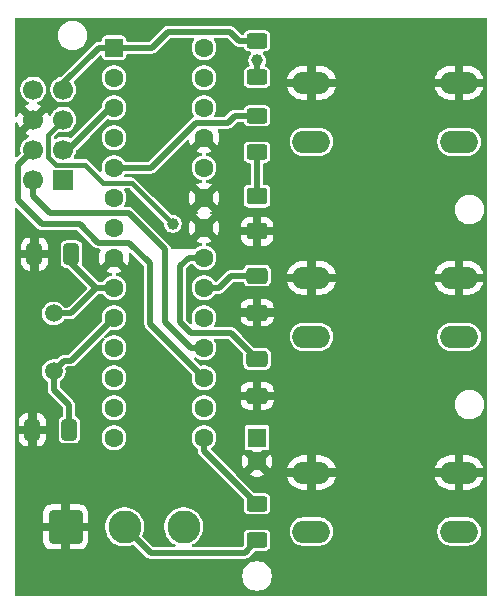
<source format=gbr>
%TF.GenerationSoftware,KiCad,Pcbnew,9.0.3*%
%TF.CreationDate,2025-07-13T14:18:36+05:30*%
%TF.ProjectId,lighting_pcb_tht,6c696768-7469-46e6-975f-7063625f7468,rev?*%
%TF.SameCoordinates,Original*%
%TF.FileFunction,Copper,L1,Top*%
%TF.FilePolarity,Positive*%
%FSLAX46Y46*%
G04 Gerber Fmt 4.6, Leading zero omitted, Abs format (unit mm)*
G04 Created by KiCad (PCBNEW 9.0.3) date 2025-07-13 14:18:36*
%MOMM*%
%LPD*%
G01*
G04 APERTURE LIST*
G04 Aperture macros list*
%AMRoundRect*
0 Rectangle with rounded corners*
0 $1 Rounding radius*
0 $2 $3 $4 $5 $6 $7 $8 $9 X,Y pos of 4 corners*
0 Add a 4 corners polygon primitive as box body*
4,1,4,$2,$3,$4,$5,$6,$7,$8,$9,$2,$3,0*
0 Add four circle primitives for the rounded corners*
1,1,$1+$1,$2,$3*
1,1,$1+$1,$4,$5*
1,1,$1+$1,$6,$7*
1,1,$1+$1,$8,$9*
0 Add four rect primitives between the rounded corners*
20,1,$1+$1,$2,$3,$4,$5,0*
20,1,$1+$1,$4,$5,$6,$7,0*
20,1,$1+$1,$6,$7,$8,$9,0*
20,1,$1+$1,$8,$9,$2,$3,0*%
G04 Aperture macros list end*
%TA.AperFunction,SMDPad,CuDef*%
%ADD10RoundRect,0.250000X-0.650000X0.412500X-0.650000X-0.412500X0.650000X-0.412500X0.650000X0.412500X0*%
%TD*%
%TA.AperFunction,SMDPad,CuDef*%
%ADD11RoundRect,0.250001X-0.624999X0.462499X-0.624999X-0.462499X0.624999X-0.462499X0.624999X0.462499X0*%
%TD*%
%TA.AperFunction,SMDPad,CuDef*%
%ADD12RoundRect,0.250000X-0.625000X0.400000X-0.625000X-0.400000X0.625000X-0.400000X0.625000X0.400000X0*%
%TD*%
%TA.AperFunction,ComponentPad*%
%ADD13O,3.200000X1.900000*%
%TD*%
%TA.AperFunction,ComponentPad*%
%ADD14R,1.600000X1.600000*%
%TD*%
%TA.AperFunction,ComponentPad*%
%ADD15C,1.600000*%
%TD*%
%TA.AperFunction,ComponentPad*%
%ADD16R,1.700000X1.700000*%
%TD*%
%TA.AperFunction,ComponentPad*%
%ADD17C,1.700000*%
%TD*%
%TA.AperFunction,ComponentPad*%
%ADD18RoundRect,0.250001X-1.149999X-1.149999X1.149999X-1.149999X1.149999X1.149999X-1.149999X1.149999X0*%
%TD*%
%TA.AperFunction,ComponentPad*%
%ADD19C,2.800000*%
%TD*%
%TA.AperFunction,ComponentPad*%
%ADD20RoundRect,0.250000X-0.550000X-0.550000X0.550000X-0.550000X0.550000X0.550000X-0.550000X0.550000X0*%
%TD*%
%TA.AperFunction,SMDPad,CuDef*%
%ADD21RoundRect,0.250000X0.412500X0.650000X-0.412500X0.650000X-0.412500X-0.650000X0.412500X-0.650000X0*%
%TD*%
%TA.AperFunction,ComponentPad*%
%ADD22C,1.500000*%
%TD*%
%TA.AperFunction,ViaPad*%
%ADD23C,1.000000*%
%TD*%
%TA.AperFunction,Conductor*%
%ADD24C,0.500000*%
%TD*%
%TA.AperFunction,Conductor*%
%ADD25C,0.400000*%
%TD*%
G04 APERTURE END LIST*
D10*
%TO.P,C1,2*%
%TO.N,GND*%
X21000000Y-25462500D03*
%TO.P,C1,1*%
%TO.N,+5V*%
X21000000Y-22337500D03*
%TD*%
D11*
%TO.P,D1,2,A*%
%TO.N,GND*%
X21000000Y-18587500D03*
%TO.P,D1,1,K*%
%TO.N,Net-(D1-K)*%
X21000000Y-15612500D03*
%TD*%
D12*
%TO.P,R3,2*%
%TO.N,Net-(D1-K)*%
X21000000Y-11890000D03*
%TO.P,R3,1*%
%TO.N,Net-(U1-PD3)*%
X21000000Y-8790000D03*
%TD*%
%TO.P,R1,1*%
%TO.N,Net-(J2-Pin_7)*%
X21000000Y-2460000D03*
%TO.P,R1,2*%
%TO.N,+5V*%
X21000000Y-5560000D03*
%TD*%
D13*
%TO.P,SW3,1,1*%
%TO.N,GND*%
X25600000Y-39010000D03*
X38100000Y-39010000D03*
%TO.P,SW3,2,2*%
%TO.N,Net-(U1-PD7)*%
X25600000Y-44010000D03*
X38100000Y-44010000D03*
%TD*%
%TO.P,SW2,1,1*%
%TO.N,GND*%
X25600000Y-22510000D03*
X38100000Y-22510000D03*
%TO.P,SW2,2,2*%
%TO.N,Net-(U1-PD6)*%
X25600000Y-27510000D03*
X38100000Y-27510000D03*
%TD*%
D14*
%TO.P,C3,1*%
%TO.N,+5V*%
X21000000Y-36050000D03*
D15*
%TO.P,C3,2*%
%TO.N,GND*%
X21000000Y-38050000D03*
%TD*%
D16*
%TO.P,J2,1,Pin_1*%
%TO.N,Net-(J2-Pin_1)*%
X4600000Y-14200000D03*
D17*
%TO.P,J2,2,Pin_2*%
%TO.N,Net-(J2-Pin_2)*%
X2060000Y-14200000D03*
%TO.P,J2,3,Pin_3*%
%TO.N,Net-(J2-Pin_3)*%
X4600000Y-11660000D03*
%TO.P,J2,4,Pin_4*%
%TO.N,Net-(J2-Pin_4)*%
X2060000Y-11660000D03*
%TO.P,J2,5,Pin_5*%
%TO.N,Net-(J2-Pin_5)*%
X4600000Y-9120000D03*
%TO.P,J2,6,Pin_6*%
%TO.N,GND*%
X2060000Y-9120000D03*
%TO.P,J2,7,Pin_7*%
%TO.N,Net-(J2-Pin_7)*%
X4600000Y-6580000D03*
%TO.P,J2,8,Pin_8*%
%TO.N,+5V*%
X2060000Y-6580000D03*
%TD*%
D18*
%TO.P,J1,1,Pin_1*%
%TO.N,GND*%
X4790000Y-43610000D03*
D19*
%TO.P,J1,2,Pin_2*%
%TO.N,Net-(J1-Pin_2)*%
X9790000Y-43610000D03*
%TO.P,J1,3,Pin_3*%
%TO.N,+5V*%
X14790000Y-43610000D03*
%TD*%
D20*
%TO.P,U1,1,~{RESET}/PC6*%
%TO.N,Net-(J2-Pin_7)*%
X8890000Y-3050000D03*
D15*
%TO.P,U1,2,PD0*%
%TO.N,Net-(J2-Pin_1)*%
X8890000Y-5590000D03*
%TO.P,U1,3,PD1*%
%TO.N,Net-(J2-Pin_3)*%
X8890000Y-8130000D03*
%TO.P,U1,4,PD2*%
%TO.N,unconnected-(U1-PD2-Pad4)*%
X8890000Y-10670000D03*
%TO.P,U1,5,PD3*%
%TO.N,Net-(U1-PD3)*%
X8890000Y-13210000D03*
%TO.P,U1,6,PD4*%
%TO.N,unconnected-(U1-PD4-Pad6)*%
X8890000Y-15750000D03*
%TO.P,U1,7,VCC*%
%TO.N,+5V*%
X8890000Y-18290000D03*
%TO.P,U1,8,GND*%
%TO.N,GND*%
X8890000Y-20830000D03*
%TO.P,U1,9,XTAL1/PB6*%
%TO.N,Net-(U1-XTAL1{slash}PB6)*%
X8890000Y-23370000D03*
%TO.P,U1,10,XTAL2/PB7*%
%TO.N,Net-(U1-XTAL2{slash}PB7)*%
X8890000Y-25910000D03*
%TO.P,U1,11,PD5*%
%TO.N,Net-(U1-PD5)*%
X8890000Y-28450000D03*
%TO.P,U1,12,PD6*%
%TO.N,Net-(U1-PD6)*%
X8890000Y-30990000D03*
%TO.P,U1,13,PD7*%
%TO.N,Net-(U1-PD7)*%
X8890000Y-33530000D03*
%TO.P,U1,14,PB0*%
%TO.N,unconnected-(U1-PB0-Pad14)*%
X8890000Y-36070000D03*
%TO.P,U1,15,PB1*%
%TO.N,Net-(U1-PB1)*%
X16510000Y-36070000D03*
%TO.P,U1,16,PB2*%
%TO.N,unconnected-(U1-PB2-Pad16)*%
X16510000Y-33530000D03*
%TO.P,U1,17,PB3*%
%TO.N,Net-(J2-Pin_4)*%
X16510000Y-30990000D03*
%TO.P,U1,18,PB4*%
%TO.N,Net-(J2-Pin_2)*%
X16510000Y-28450000D03*
%TO.P,U1,19,PB5*%
%TO.N,Net-(J2-Pin_5)*%
X16510000Y-25910000D03*
%TO.P,U1,20,AVCC*%
%TO.N,+5V*%
X16510000Y-23370000D03*
%TO.P,U1,21,AREF*%
%TO.N,Net-(U1-AREF)*%
X16510000Y-20830000D03*
%TO.P,U1,22,GND*%
%TO.N,GND*%
X16510000Y-18290000D03*
%TO.P,U1,23,PC0*%
X16510000Y-15750000D03*
%TO.P,U1,24,PC1*%
%TO.N,unconnected-(U1-PC1-Pad24)*%
X16510000Y-13210000D03*
%TO.P,U1,25,PC2*%
%TO.N,GND*%
X16510000Y-10670000D03*
%TO.P,U1,26,PC3*%
%TO.N,unconnected-(U1-PC3-Pad26)*%
X16510000Y-8130000D03*
%TO.P,U1,27,PC4*%
%TO.N,unconnected-(U1-PC4-Pad27)*%
X16510000Y-5590000D03*
%TO.P,U1,28,PC5*%
%TO.N,unconnected-(U1-PC5-Pad28)*%
X16510000Y-3050000D03*
%TD*%
D12*
%TO.P,R2,1*%
%TO.N,Net-(U1-PB1)*%
X21000000Y-41660000D03*
%TO.P,R2,2*%
%TO.N,Net-(J1-Pin_2)*%
X21000000Y-44760000D03*
%TD*%
D21*
%TO.P,C2,1*%
%TO.N,Net-(U1-XTAL1{slash}PB6)*%
X5282500Y-20510000D03*
%TO.P,C2,2*%
%TO.N,GND*%
X2157500Y-20510000D03*
%TD*%
D10*
%TO.P,C5,1*%
%TO.N,Net-(U1-AREF)*%
X21000000Y-29387500D03*
%TO.P,C5,2*%
%TO.N,GND*%
X21000000Y-32512500D03*
%TD*%
D21*
%TO.P,C4,1*%
%TO.N,Net-(U1-XTAL2{slash}PB7)*%
X5110000Y-35400000D03*
%TO.P,C4,2*%
%TO.N,GND*%
X1985000Y-35400000D03*
%TD*%
D13*
%TO.P,SW1,1,1*%
%TO.N,GND*%
X25600000Y-6000000D03*
X38100000Y-6000000D03*
%TO.P,SW1,2,2*%
%TO.N,Net-(U1-PD5)*%
X25600000Y-11000000D03*
X38100000Y-11000000D03*
%TD*%
D22*
%TO.P,Y1,1,1*%
%TO.N,Net-(U1-XTAL1{slash}PB6)*%
X3790000Y-25540000D03*
%TO.P,Y1,2,2*%
%TO.N,Net-(U1-XTAL2{slash}PB7)*%
X3790000Y-30420000D03*
%TD*%
D23*
%TO.N,+5V*%
X21000000Y-4110000D03*
%TO.N,Net-(J2-Pin_5)*%
X13855000Y-17945000D03*
%TD*%
D24*
%TO.N,Net-(U1-PB1)*%
X16510000Y-37000000D02*
X16510000Y-37170000D01*
X16510000Y-37170000D02*
X21000000Y-41660000D01*
%TO.N,Net-(J1-Pin_2)*%
X19940000Y-45820000D02*
X21000000Y-44760000D01*
X12000000Y-45820000D02*
X19940000Y-45820000D01*
X9790000Y-43610000D02*
X12000000Y-45820000D01*
%TO.N,Net-(U1-AREF)*%
X18300000Y-27180000D02*
X18792500Y-27180000D01*
X18792500Y-27180000D02*
X21000000Y-29387500D01*
%TO.N,+5V*%
X18822500Y-22337500D02*
X21000000Y-22337500D01*
X18430000Y-22730000D02*
X18822500Y-22337500D01*
X18430000Y-22730000D02*
X17790000Y-23370000D01*
%TO.N,Net-(J2-Pin_7)*%
X19460000Y-2460000D02*
X21000000Y-2460000D01*
%TO.N,Net-(U1-PD3)*%
X19110000Y-8790000D02*
X21000000Y-8790000D01*
%TO.N,Net-(D1-K)*%
X21000000Y-15612500D02*
X21000000Y-11890000D01*
%TO.N,Net-(J2-Pin_7)*%
X12070000Y-3050000D02*
X8890000Y-3050000D01*
X13420000Y-1700000D02*
X12070000Y-3050000D01*
X18700000Y-1700000D02*
X13420000Y-1700000D01*
X19460000Y-2460000D02*
X18700000Y-1700000D01*
%TO.N,Net-(U1-PB1)*%
X20880000Y-41630000D02*
X20880000Y-41660000D01*
%TO.N,+5V*%
X18620000Y-22540000D02*
X18430000Y-22730000D01*
%TO.N,Net-(U1-PD3)*%
X18500000Y-9400000D02*
X19110000Y-8790000D01*
X15800000Y-9400000D02*
X18500000Y-9400000D01*
X11990000Y-13210000D02*
X15800000Y-9400000D01*
X8890000Y-13210000D02*
X11990000Y-13210000D01*
%TO.N,Net-(J2-Pin_7)*%
X7600000Y-3050000D02*
X4600000Y-6050000D01*
X8890000Y-3050000D02*
X7600000Y-3050000D01*
X4600000Y-6050000D02*
X4600000Y-6580000D01*
%TO.N,+5V*%
X21000000Y-5560000D02*
X21000000Y-4110000D01*
X17790000Y-23370000D02*
X16510000Y-23370000D01*
%TO.N,Net-(U1-XTAL2{slash}PB7)*%
X5270000Y-29530000D02*
X8890000Y-25910000D01*
X4680000Y-29530000D02*
X5270000Y-29530000D01*
X3790000Y-30420000D02*
X4680000Y-29530000D01*
%TO.N,Net-(J2-Pin_2)*%
X13220000Y-20120000D02*
X10120000Y-17020000D01*
X10120000Y-17020000D02*
X3500000Y-17020000D01*
X13220000Y-26270000D02*
X13220000Y-20120000D01*
X2060000Y-15580000D02*
X2060000Y-14200000D01*
X15400000Y-28450000D02*
X13220000Y-26270000D01*
X16510000Y-28450000D02*
X15400000Y-28450000D01*
X3500000Y-17020000D02*
X2060000Y-15580000D01*
%TO.N,Net-(U1-XTAL1{slash}PB6)*%
X5282500Y-21292500D02*
X5282500Y-20510000D01*
X7390000Y-23370000D02*
X7360000Y-23370000D01*
X3790000Y-25540000D02*
X5220000Y-25540000D01*
X5220000Y-25540000D02*
X7390000Y-23370000D01*
X7360000Y-23370000D02*
X5282500Y-21292500D01*
X7390000Y-23370000D02*
X8890000Y-23370000D01*
%TO.N,Net-(U1-XTAL2{slash}PB7)*%
X3790000Y-30420000D02*
X3790000Y-32010000D01*
X3790000Y-32010000D02*
X5110000Y-33330000D01*
X5110000Y-33330000D02*
X5110000Y-35400000D01*
%TO.N,Net-(U1-AREF)*%
X15390000Y-27180000D02*
X18300000Y-27180000D01*
X16510000Y-20830000D02*
X15200000Y-20830000D01*
X14470000Y-26260000D02*
X15390000Y-27180000D01*
X14470000Y-21560000D02*
X14470000Y-26260000D01*
X15200000Y-20830000D02*
X14470000Y-21560000D01*
%TO.N,Net-(J2-Pin_4)*%
X751000Y-12969000D02*
X751000Y-15951000D01*
X5980000Y-17990000D02*
X7531000Y-19541000D01*
X11970000Y-21311000D02*
X11970000Y-26450000D01*
X11970000Y-26450000D02*
X16510000Y-30990000D01*
X751000Y-15951000D02*
X2790000Y-17990000D01*
X2060000Y-11660000D02*
X751000Y-12969000D01*
X2790000Y-17990000D02*
X5980000Y-17990000D01*
X7531000Y-19541000D02*
X10200000Y-19541000D01*
X10200000Y-19541000D02*
X11970000Y-21311000D01*
D25*
%TO.N,Net-(J2-Pin_5)*%
X3330000Y-12293184D02*
X3330000Y-10390000D01*
X13855000Y-17945000D02*
X10388500Y-14478500D01*
X10388500Y-14478500D02*
X7983483Y-14478500D01*
X6434983Y-12930000D02*
X3966816Y-12930000D01*
X3330000Y-10390000D02*
X4600000Y-9120000D01*
X3966816Y-12930000D02*
X3330000Y-12293184D01*
X7983483Y-14478500D02*
X6434983Y-12930000D01*
D24*
%TO.N,Net-(J2-Pin_3)*%
X5030000Y-11660000D02*
X8560000Y-8130000D01*
X4600000Y-11660000D02*
X5030000Y-11660000D01*
X8560000Y-8130000D02*
X8890000Y-8130000D01*
%TO.N,Net-(U1-PB1)*%
X16510000Y-36070000D02*
X16510000Y-37000000D01*
%TD*%
%TA.AperFunction,Conductor*%
%TO.N,GND*%
G36*
X40442539Y-520185D02*
G01*
X40488294Y-572989D01*
X40499500Y-624500D01*
X40499500Y-49375500D01*
X40479815Y-49442539D01*
X40427011Y-49488294D01*
X40375500Y-49499500D01*
X624500Y-49499500D01*
X557461Y-49479815D01*
X511706Y-49427011D01*
X500500Y-49375500D01*
X500500Y-47671577D01*
X19749500Y-47671577D01*
X19749500Y-47868422D01*
X19780290Y-48062826D01*
X19841117Y-48250029D01*
X19930476Y-48425405D01*
X20046172Y-48584646D01*
X20185354Y-48723828D01*
X20344595Y-48839524D01*
X20427455Y-48881743D01*
X20519970Y-48928882D01*
X20519972Y-48928882D01*
X20519975Y-48928884D01*
X20620317Y-48961487D01*
X20707173Y-48989709D01*
X20901578Y-49020500D01*
X20901583Y-49020500D01*
X21098422Y-49020500D01*
X21292826Y-48989709D01*
X21480025Y-48928884D01*
X21655405Y-48839524D01*
X21814646Y-48723828D01*
X21953828Y-48584646D01*
X22069524Y-48425405D01*
X22158884Y-48250025D01*
X22219709Y-48062826D01*
X22250500Y-47868422D01*
X22250500Y-47671577D01*
X22219709Y-47477173D01*
X22158882Y-47289970D01*
X22069523Y-47114594D01*
X21953828Y-46955354D01*
X21814646Y-46816172D01*
X21655405Y-46700476D01*
X21480029Y-46611117D01*
X21292826Y-46550290D01*
X21098422Y-46519500D01*
X21098417Y-46519500D01*
X20901583Y-46519500D01*
X20901578Y-46519500D01*
X20707173Y-46550290D01*
X20519970Y-46611117D01*
X20344594Y-46700476D01*
X20253741Y-46766485D01*
X20185354Y-46816172D01*
X20185352Y-46816174D01*
X20185351Y-46816174D01*
X20046174Y-46955351D01*
X20046174Y-46955352D01*
X20046172Y-46955354D01*
X19996485Y-47023741D01*
X19930476Y-47114594D01*
X19841117Y-47289970D01*
X19780290Y-47477173D01*
X19749500Y-47671577D01*
X500500Y-47671577D01*
X500500Y-42410014D01*
X2890000Y-42410014D01*
X2890000Y-43260000D01*
X4242115Y-43260000D01*
X4213978Y-43302110D01*
X4164979Y-43420402D01*
X4140000Y-43545981D01*
X4140000Y-43674019D01*
X4164979Y-43799598D01*
X4213978Y-43917890D01*
X4242115Y-43960000D01*
X2890000Y-43960000D01*
X2890000Y-44809985D01*
X2900493Y-44912689D01*
X2900494Y-44912696D01*
X2955641Y-45079118D01*
X2955643Y-45079123D01*
X3047684Y-45228344D01*
X3171655Y-45352315D01*
X3320876Y-45444356D01*
X3320881Y-45444358D01*
X3487303Y-45499505D01*
X3487310Y-45499506D01*
X3590014Y-45509999D01*
X3590027Y-45510000D01*
X4440000Y-45510000D01*
X4440000Y-44157885D01*
X4482110Y-44186022D01*
X4600402Y-44235021D01*
X4725981Y-44260000D01*
X4854019Y-44260000D01*
X4979598Y-44235021D01*
X5097890Y-44186022D01*
X5140000Y-44157885D01*
X5140000Y-45510000D01*
X5989973Y-45510000D01*
X5989985Y-45509999D01*
X6092689Y-45499506D01*
X6092696Y-45499505D01*
X6259118Y-45444358D01*
X6259123Y-45444356D01*
X6408344Y-45352315D01*
X6532315Y-45228344D01*
X6624356Y-45079123D01*
X6624358Y-45079118D01*
X6679505Y-44912696D01*
X6679506Y-44912689D01*
X6689999Y-44809985D01*
X6690000Y-44809972D01*
X6690000Y-43960000D01*
X5337885Y-43960000D01*
X5366022Y-43917890D01*
X5415021Y-43799598D01*
X5440000Y-43674019D01*
X5440000Y-43545981D01*
X5426895Y-43480097D01*
X8139500Y-43480097D01*
X8139500Y-43739902D01*
X8180140Y-43996493D01*
X8260422Y-44243576D01*
X8323944Y-44368242D01*
X8378366Y-44475051D01*
X8531069Y-44685229D01*
X8714771Y-44868931D01*
X8924949Y-45021634D01*
X9037777Y-45079123D01*
X9156423Y-45139577D01*
X9156425Y-45139577D01*
X9156428Y-45139579D01*
X9403507Y-45219860D01*
X9535706Y-45240797D01*
X9660098Y-45260500D01*
X9660103Y-45260500D01*
X9919902Y-45260500D01*
X10033298Y-45242539D01*
X10176493Y-45219860D01*
X10423572Y-45139579D01*
X10467970Y-45116956D01*
X10536637Y-45104060D01*
X10601378Y-45130335D01*
X10611946Y-45139760D01*
X11692686Y-46220500D01*
X11806814Y-46286392D01*
X11934108Y-46320500D01*
X11934110Y-46320500D01*
X20005890Y-46320500D01*
X20005892Y-46320500D01*
X20133186Y-46286392D01*
X20247314Y-46220500D01*
X20770995Y-45696817D01*
X20832318Y-45663333D01*
X20858676Y-45660499D01*
X21672871Y-45660499D01*
X21672872Y-45660499D01*
X21732483Y-45654091D01*
X21867331Y-45603796D01*
X21982546Y-45517546D01*
X22068796Y-45402331D01*
X22119091Y-45267483D01*
X22125500Y-45207873D01*
X22125499Y-44312128D01*
X22119091Y-44252517D01*
X22115756Y-44243576D01*
X22068797Y-44117671D01*
X22068793Y-44117664D01*
X21982547Y-44002455D01*
X21982544Y-44002452D01*
X21867335Y-43916206D01*
X21867328Y-43916202D01*
X21865481Y-43915513D01*
X23749500Y-43915513D01*
X23749500Y-44104486D01*
X23779059Y-44291118D01*
X23837454Y-44470836D01*
X23923240Y-44639199D01*
X24034310Y-44792073D01*
X24167927Y-44925690D01*
X24320801Y-45036760D01*
X24397924Y-45076056D01*
X24489163Y-45122545D01*
X24489165Y-45122545D01*
X24489168Y-45122547D01*
X24541581Y-45139577D01*
X24668881Y-45180940D01*
X24855514Y-45210500D01*
X24855519Y-45210500D01*
X26344486Y-45210500D01*
X26531118Y-45180940D01*
X26541136Y-45177685D01*
X26710832Y-45122547D01*
X26879199Y-45036760D01*
X27032073Y-44925690D01*
X27165690Y-44792073D01*
X27276760Y-44639199D01*
X27362547Y-44470832D01*
X27420940Y-44291118D01*
X27428470Y-44243575D01*
X27450500Y-44104486D01*
X27450500Y-43915513D01*
X36249500Y-43915513D01*
X36249500Y-44104486D01*
X36279059Y-44291118D01*
X36337454Y-44470836D01*
X36423240Y-44639199D01*
X36534310Y-44792073D01*
X36667927Y-44925690D01*
X36820801Y-45036760D01*
X36897924Y-45076056D01*
X36989163Y-45122545D01*
X36989165Y-45122545D01*
X36989168Y-45122547D01*
X37041581Y-45139577D01*
X37168881Y-45180940D01*
X37355514Y-45210500D01*
X37355519Y-45210500D01*
X38844486Y-45210500D01*
X39031118Y-45180940D01*
X39041136Y-45177685D01*
X39210832Y-45122547D01*
X39379199Y-45036760D01*
X39532073Y-44925690D01*
X39665690Y-44792073D01*
X39776760Y-44639199D01*
X39862547Y-44470832D01*
X39920940Y-44291118D01*
X39928470Y-44243575D01*
X39950500Y-44104486D01*
X39950500Y-43915513D01*
X39920940Y-43728881D01*
X39862545Y-43549163D01*
X39817290Y-43460347D01*
X39776760Y-43380801D01*
X39665690Y-43227927D01*
X39532073Y-43094310D01*
X39379199Y-42983240D01*
X39333588Y-42960000D01*
X39210836Y-42897454D01*
X39031118Y-42839059D01*
X38844486Y-42809500D01*
X38844481Y-42809500D01*
X37355519Y-42809500D01*
X37355514Y-42809500D01*
X37168881Y-42839059D01*
X36989163Y-42897454D01*
X36820800Y-42983240D01*
X36818407Y-42984979D01*
X36667927Y-43094310D01*
X36667925Y-43094312D01*
X36667924Y-43094312D01*
X36534312Y-43227924D01*
X36534312Y-43227925D01*
X36534310Y-43227927D01*
X36486610Y-43293579D01*
X36423240Y-43380800D01*
X36337454Y-43549163D01*
X36279059Y-43728881D01*
X36249500Y-43915513D01*
X27450500Y-43915513D01*
X27420940Y-43728881D01*
X27362545Y-43549163D01*
X27317290Y-43460347D01*
X27276760Y-43380801D01*
X27165690Y-43227927D01*
X27032073Y-43094310D01*
X26879199Y-42983240D01*
X26833588Y-42960000D01*
X26710836Y-42897454D01*
X26531118Y-42839059D01*
X26344486Y-42809500D01*
X26344481Y-42809500D01*
X24855519Y-42809500D01*
X24855514Y-42809500D01*
X24668881Y-42839059D01*
X24489163Y-42897454D01*
X24320800Y-42983240D01*
X24318407Y-42984979D01*
X24167927Y-43094310D01*
X24167925Y-43094312D01*
X24167924Y-43094312D01*
X24034312Y-43227924D01*
X24034312Y-43227925D01*
X24034310Y-43227927D01*
X23986610Y-43293579D01*
X23923240Y-43380800D01*
X23837454Y-43549163D01*
X23779059Y-43728881D01*
X23749500Y-43915513D01*
X21865481Y-43915513D01*
X21732482Y-43865908D01*
X21732483Y-43865908D01*
X21672883Y-43859501D01*
X21672881Y-43859500D01*
X21672873Y-43859500D01*
X21672864Y-43859500D01*
X20327129Y-43859500D01*
X20327123Y-43859501D01*
X20267516Y-43865908D01*
X20132671Y-43916202D01*
X20132664Y-43916206D01*
X20017455Y-44002452D01*
X20017452Y-44002455D01*
X19931206Y-44117664D01*
X19931202Y-44117671D01*
X19880908Y-44252517D01*
X19874501Y-44312116D01*
X19874501Y-44312123D01*
X19874500Y-44312135D01*
X19874500Y-45126322D01*
X19865856Y-45155758D01*
X19859333Y-45185748D01*
X19855577Y-45190765D01*
X19854815Y-45193361D01*
X19838182Y-45214003D01*
X19769005Y-45283181D01*
X19707682Y-45316666D01*
X19681323Y-45319500D01*
X15586954Y-45319500D01*
X15519915Y-45299815D01*
X15474160Y-45247011D01*
X15464216Y-45177853D01*
X15493241Y-45114297D01*
X15530659Y-45085015D01*
X15655051Y-45021634D01*
X15865229Y-44868931D01*
X16048931Y-44685229D01*
X16201634Y-44475051D01*
X16319579Y-44243572D01*
X16399860Y-43996493D01*
X16422539Y-43853298D01*
X16440500Y-43739902D01*
X16440500Y-43480097D01*
X16412309Y-43302110D01*
X16399860Y-43223507D01*
X16319579Y-42976428D01*
X16319577Y-42976425D01*
X16319577Y-42976423D01*
X16249586Y-42839060D01*
X16201634Y-42744949D01*
X16048931Y-42534771D01*
X15865229Y-42351069D01*
X15655051Y-42198366D01*
X15542231Y-42140881D01*
X15423576Y-42080422D01*
X15176493Y-42000140D01*
X14919902Y-41959500D01*
X14919897Y-41959500D01*
X14660103Y-41959500D01*
X14660098Y-41959500D01*
X14403506Y-42000140D01*
X14156423Y-42080422D01*
X13924945Y-42198368D01*
X13714774Y-42351066D01*
X13714768Y-42351071D01*
X13531071Y-42534768D01*
X13531066Y-42534774D01*
X13378368Y-42744945D01*
X13260422Y-42976423D01*
X13180140Y-43223506D01*
X13139500Y-43480097D01*
X13139500Y-43739902D01*
X13180140Y-43996493D01*
X13260422Y-44243576D01*
X13323944Y-44368242D01*
X13378366Y-44475051D01*
X13531069Y-44685229D01*
X13714771Y-44868931D01*
X13924949Y-45021634D01*
X14037777Y-45079123D01*
X14049341Y-45085015D01*
X14100137Y-45132990D01*
X14116932Y-45200811D01*
X14094395Y-45266946D01*
X14039679Y-45310397D01*
X13993046Y-45319500D01*
X12258676Y-45319500D01*
X12191637Y-45299815D01*
X12170995Y-45283181D01*
X11319760Y-44431946D01*
X11286275Y-44370623D01*
X11291259Y-44300931D01*
X11296951Y-44287981D01*
X11319579Y-44243572D01*
X11399860Y-43996493D01*
X11422539Y-43853298D01*
X11440500Y-43739902D01*
X11440500Y-43480097D01*
X11412309Y-43302110D01*
X11399860Y-43223507D01*
X11319579Y-42976428D01*
X11319577Y-42976425D01*
X11319577Y-42976423D01*
X11249586Y-42839060D01*
X11201634Y-42744949D01*
X11048931Y-42534771D01*
X10865229Y-42351069D01*
X10655051Y-42198366D01*
X10542231Y-42140881D01*
X10423576Y-42080422D01*
X10176493Y-42000140D01*
X9919902Y-41959500D01*
X9919897Y-41959500D01*
X9660103Y-41959500D01*
X9660098Y-41959500D01*
X9403506Y-42000140D01*
X9156423Y-42080422D01*
X8924945Y-42198368D01*
X8714774Y-42351066D01*
X8714768Y-42351071D01*
X8531071Y-42534768D01*
X8531066Y-42534774D01*
X8378368Y-42744945D01*
X8260422Y-42976423D01*
X8180140Y-43223506D01*
X8139500Y-43480097D01*
X5426895Y-43480097D01*
X5415021Y-43420402D01*
X5366022Y-43302110D01*
X5337885Y-43260000D01*
X6690000Y-43260000D01*
X6690000Y-42410027D01*
X6689999Y-42410014D01*
X6679506Y-42307310D01*
X6679505Y-42307303D01*
X6624358Y-42140881D01*
X6624356Y-42140876D01*
X6532315Y-41991655D01*
X6408344Y-41867684D01*
X6259123Y-41775643D01*
X6259118Y-41775641D01*
X6092696Y-41720494D01*
X6092689Y-41720493D01*
X5989985Y-41710000D01*
X5140000Y-41710000D01*
X5140000Y-43062114D01*
X5097890Y-43033978D01*
X4979598Y-42984979D01*
X4854019Y-42960000D01*
X4725981Y-42960000D01*
X4600402Y-42984979D01*
X4482110Y-43033978D01*
X4440000Y-43062114D01*
X4440000Y-41710000D01*
X3590014Y-41710000D01*
X3487310Y-41720493D01*
X3487303Y-41720494D01*
X3320881Y-41775641D01*
X3320876Y-41775643D01*
X3171655Y-41867684D01*
X3047684Y-41991655D01*
X2955643Y-42140876D01*
X2955641Y-42140881D01*
X2900494Y-42307303D01*
X2900493Y-42307310D01*
X2890000Y-42410014D01*
X500500Y-42410014D01*
X500500Y-36099986D01*
X822501Y-36099986D01*
X832994Y-36202697D01*
X888141Y-36369119D01*
X888143Y-36369124D01*
X980184Y-36518345D01*
X1104154Y-36642315D01*
X1253375Y-36734356D01*
X1253380Y-36734358D01*
X1419802Y-36789505D01*
X1419809Y-36789506D01*
X1522519Y-36799999D01*
X1634999Y-36799999D01*
X2335000Y-36799999D01*
X2447472Y-36799999D01*
X2447486Y-36799998D01*
X2550197Y-36789505D01*
X2716619Y-36734358D01*
X2716624Y-36734356D01*
X2865845Y-36642315D01*
X2989815Y-36518345D01*
X3081856Y-36369124D01*
X3081858Y-36369119D01*
X3137005Y-36202697D01*
X3137006Y-36202690D01*
X3147499Y-36099986D01*
X3147500Y-36099973D01*
X3147500Y-35750000D01*
X2335000Y-35750000D01*
X2335000Y-36799999D01*
X1634999Y-36799999D01*
X1635000Y-36799998D01*
X1635000Y-35750000D01*
X822501Y-35750000D01*
X822501Y-36099986D01*
X500500Y-36099986D01*
X500500Y-34700013D01*
X822500Y-34700013D01*
X822500Y-35050000D01*
X1635000Y-35050000D01*
X2335000Y-35050000D01*
X3147499Y-35050000D01*
X3147499Y-34700028D01*
X3147498Y-34700013D01*
X3137005Y-34597302D01*
X3081858Y-34430880D01*
X3081856Y-34430875D01*
X2989815Y-34281654D01*
X2865845Y-34157684D01*
X2716624Y-34065643D01*
X2716619Y-34065641D01*
X2550197Y-34010494D01*
X2550190Y-34010493D01*
X2447486Y-34000000D01*
X2335000Y-34000000D01*
X2335000Y-35050000D01*
X1635000Y-35050000D01*
X1635000Y-34000000D01*
X1522527Y-34000000D01*
X1522512Y-34000001D01*
X1419802Y-34010494D01*
X1253380Y-34065641D01*
X1253375Y-34065643D01*
X1104154Y-34157684D01*
X980184Y-34281654D01*
X888143Y-34430875D01*
X888141Y-34430880D01*
X832994Y-34597302D01*
X832993Y-34597309D01*
X822500Y-34700013D01*
X500500Y-34700013D01*
X500500Y-30518543D01*
X2789499Y-30518543D01*
X2827947Y-30711829D01*
X2827950Y-30711839D01*
X2903364Y-30893907D01*
X2903371Y-30893920D01*
X3012860Y-31057781D01*
X3012863Y-31057785D01*
X3152213Y-31197135D01*
X3152216Y-31197137D01*
X3152218Y-31197139D01*
X3234391Y-31252045D01*
X3279195Y-31305655D01*
X3289500Y-31355146D01*
X3289500Y-31944108D01*
X3289500Y-32075892D01*
X3306554Y-32139539D01*
X3323608Y-32203187D01*
X3356554Y-32260250D01*
X3389500Y-32317314D01*
X3389502Y-32317316D01*
X4573181Y-33500995D01*
X4606666Y-33562318D01*
X4609500Y-33588676D01*
X4609500Y-34162547D01*
X4589815Y-34229586D01*
X4537011Y-34275341D01*
X4528833Y-34278729D01*
X4455171Y-34306202D01*
X4455164Y-34306206D01*
X4339955Y-34392452D01*
X4339952Y-34392455D01*
X4253706Y-34507664D01*
X4253702Y-34507671D01*
X4203408Y-34642517D01*
X4197001Y-34702116D01*
X4197001Y-34702123D01*
X4197000Y-34702135D01*
X4197000Y-36097870D01*
X4197001Y-36097876D01*
X4203408Y-36157483D01*
X4253702Y-36292328D01*
X4253706Y-36292335D01*
X4339952Y-36407544D01*
X4339955Y-36407547D01*
X4455164Y-36493793D01*
X4455171Y-36493797D01*
X4590017Y-36544091D01*
X4590016Y-36544091D01*
X4596944Y-36544835D01*
X4649627Y-36550500D01*
X5570372Y-36550499D01*
X5629983Y-36544091D01*
X5764831Y-36493796D01*
X5880046Y-36407546D01*
X5966296Y-36292331D01*
X6016591Y-36157483D01*
X6023000Y-36097873D01*
X6023000Y-35966530D01*
X7839500Y-35966530D01*
X7839500Y-36173469D01*
X7879868Y-36376412D01*
X7879870Y-36376420D01*
X7959058Y-36567596D01*
X8074024Y-36739657D01*
X8220342Y-36885975D01*
X8220345Y-36885977D01*
X8392402Y-37000941D01*
X8583580Y-37080130D01*
X8784951Y-37120185D01*
X8786530Y-37120499D01*
X8786534Y-37120500D01*
X8786535Y-37120500D01*
X8993466Y-37120500D01*
X8993467Y-37120499D01*
X9196420Y-37080130D01*
X9387598Y-37000941D01*
X9559655Y-36885977D01*
X9705977Y-36739655D01*
X9820941Y-36567598D01*
X9900130Y-36376420D01*
X9940500Y-36173465D01*
X9940500Y-35966535D01*
X9940499Y-35966530D01*
X15459500Y-35966530D01*
X15459500Y-36173469D01*
X15499868Y-36376412D01*
X15499870Y-36376420D01*
X15579058Y-36567596D01*
X15694024Y-36739657D01*
X15840340Y-36885973D01*
X15840343Y-36885975D01*
X15840345Y-36885977D01*
X15951549Y-36960280D01*
X15954390Y-36962178D01*
X15999196Y-37015791D01*
X16009500Y-37065281D01*
X16009500Y-37235891D01*
X16043608Y-37363187D01*
X16071418Y-37411354D01*
X16109500Y-37477314D01*
X16109502Y-37477316D01*
X19838181Y-41205995D01*
X19871666Y-41267318D01*
X19874500Y-41293676D01*
X19874500Y-42107870D01*
X19874501Y-42107876D01*
X19880908Y-42167483D01*
X19931202Y-42302328D01*
X19931206Y-42302335D01*
X20017452Y-42417544D01*
X20017455Y-42417547D01*
X20132664Y-42503793D01*
X20132671Y-42503797D01*
X20267517Y-42554091D01*
X20267516Y-42554091D01*
X20274444Y-42554835D01*
X20327127Y-42560500D01*
X21672872Y-42560499D01*
X21732483Y-42554091D01*
X21867331Y-42503796D01*
X21982546Y-42417546D01*
X22068796Y-42302331D01*
X22119091Y-42167483D01*
X22125500Y-42107873D01*
X22125499Y-41212128D01*
X22119091Y-41152517D01*
X22068796Y-41017669D01*
X22068795Y-41017668D01*
X22068793Y-41017664D01*
X21982547Y-40902455D01*
X21982544Y-40902452D01*
X21867335Y-40816206D01*
X21867328Y-40816202D01*
X21732482Y-40765908D01*
X21732483Y-40765908D01*
X21672883Y-40759501D01*
X21672881Y-40759500D01*
X21672873Y-40759500D01*
X21672865Y-40759500D01*
X20858676Y-40759500D01*
X20791637Y-40739815D01*
X20770995Y-40723181D01*
X19231433Y-39183619D01*
X20361354Y-39183619D01*
X20500965Y-39254753D01*
X20500972Y-39254756D01*
X20695582Y-39317990D01*
X20897683Y-39350000D01*
X21102317Y-39350000D01*
X21304417Y-39317990D01*
X21499031Y-39254755D01*
X21552043Y-39227744D01*
X21638643Y-39183618D01*
X21000001Y-38544974D01*
X21000000Y-38544974D01*
X20361354Y-39183619D01*
X19231433Y-39183619D01*
X17995496Y-37947682D01*
X19700000Y-37947682D01*
X19700000Y-38152317D01*
X19732010Y-38354418D01*
X19732010Y-38354421D01*
X19795241Y-38549023D01*
X19795241Y-38549024D01*
X19866379Y-38688644D01*
X19866380Y-38688644D01*
X20505025Y-38050000D01*
X20452364Y-37997339D01*
X20600000Y-37997339D01*
X20600000Y-38102661D01*
X20627259Y-38204394D01*
X20679920Y-38295606D01*
X20754394Y-38370080D01*
X20845606Y-38422741D01*
X20947339Y-38450000D01*
X21052661Y-38450000D01*
X21154394Y-38422741D01*
X21245606Y-38370080D01*
X21320080Y-38295606D01*
X21372741Y-38204394D01*
X21400000Y-38102661D01*
X21400000Y-38050000D01*
X21494974Y-38050000D01*
X22133618Y-38688643D01*
X22148213Y-38659999D01*
X23539102Y-38659999D01*
X23539102Y-38660000D01*
X25052115Y-38660000D01*
X25023978Y-38702110D01*
X24974979Y-38820402D01*
X24950000Y-38945981D01*
X24950000Y-39074019D01*
X24974979Y-39199598D01*
X25023978Y-39317890D01*
X25052115Y-39360000D01*
X23539102Y-39360000D01*
X23606230Y-39566604D01*
X23606231Y-39566607D01*
X23709849Y-39769966D01*
X23844004Y-39954614D01*
X24005385Y-40115995D01*
X24190033Y-40250150D01*
X24393395Y-40353769D01*
X24610455Y-40424295D01*
X24835884Y-40460000D01*
X25250000Y-40460000D01*
X25250000Y-39557885D01*
X25292110Y-39586022D01*
X25410402Y-39635021D01*
X25535981Y-39660000D01*
X25664019Y-39660000D01*
X25789598Y-39635021D01*
X25907890Y-39586022D01*
X25950000Y-39557885D01*
X25950000Y-40460000D01*
X26364116Y-40460000D01*
X26589544Y-40424295D01*
X26806604Y-40353769D01*
X27009966Y-40250150D01*
X27194614Y-40115995D01*
X27355995Y-39954614D01*
X27490150Y-39769966D01*
X27593768Y-39566607D01*
X27593769Y-39566604D01*
X27660898Y-39360000D01*
X26147885Y-39360000D01*
X26176022Y-39317890D01*
X26225021Y-39199598D01*
X26250000Y-39074019D01*
X26250000Y-38945981D01*
X26225021Y-38820402D01*
X26176022Y-38702110D01*
X26147885Y-38660000D01*
X27660898Y-38660000D01*
X27660897Y-38659999D01*
X36039102Y-38659999D01*
X36039102Y-38660000D01*
X37552115Y-38660000D01*
X37523978Y-38702110D01*
X37474979Y-38820402D01*
X37450000Y-38945981D01*
X37450000Y-39074019D01*
X37474979Y-39199598D01*
X37523978Y-39317890D01*
X37552115Y-39360000D01*
X36039102Y-39360000D01*
X36106230Y-39566604D01*
X36106231Y-39566607D01*
X36209849Y-39769966D01*
X36344004Y-39954614D01*
X36505385Y-40115995D01*
X36690033Y-40250150D01*
X36893395Y-40353769D01*
X37110455Y-40424295D01*
X37335884Y-40460000D01*
X37750000Y-40460000D01*
X37750000Y-39557885D01*
X37792110Y-39586022D01*
X37910402Y-39635021D01*
X38035981Y-39660000D01*
X38164019Y-39660000D01*
X38289598Y-39635021D01*
X38407890Y-39586022D01*
X38450000Y-39557885D01*
X38450000Y-40460000D01*
X38864116Y-40460000D01*
X39089544Y-40424295D01*
X39306604Y-40353769D01*
X39509966Y-40250150D01*
X39694614Y-40115995D01*
X39855995Y-39954614D01*
X39990150Y-39769966D01*
X40093768Y-39566607D01*
X40093769Y-39566604D01*
X40160898Y-39360000D01*
X38647885Y-39360000D01*
X38676022Y-39317890D01*
X38725021Y-39199598D01*
X38750000Y-39074019D01*
X38750000Y-38945981D01*
X38725021Y-38820402D01*
X38676022Y-38702110D01*
X38647885Y-38660000D01*
X40160898Y-38660000D01*
X40160897Y-38659999D01*
X40093769Y-38453395D01*
X40093768Y-38453392D01*
X39990150Y-38250033D01*
X39855995Y-38065385D01*
X39694614Y-37904004D01*
X39509966Y-37769849D01*
X39306604Y-37666230D01*
X39089544Y-37595704D01*
X38864116Y-37560000D01*
X38450000Y-37560000D01*
X38450000Y-38462114D01*
X38407890Y-38433978D01*
X38289598Y-38384979D01*
X38164019Y-38360000D01*
X38035981Y-38360000D01*
X37910402Y-38384979D01*
X37792110Y-38433978D01*
X37750000Y-38462114D01*
X37750000Y-37560000D01*
X37335884Y-37560000D01*
X37110455Y-37595704D01*
X36893395Y-37666230D01*
X36690033Y-37769849D01*
X36505385Y-37904004D01*
X36344004Y-38065385D01*
X36209849Y-38250033D01*
X36106231Y-38453392D01*
X36106230Y-38453395D01*
X36039102Y-38659999D01*
X27660897Y-38659999D01*
X27593769Y-38453395D01*
X27593768Y-38453392D01*
X27490150Y-38250033D01*
X27355995Y-38065385D01*
X27194614Y-37904004D01*
X27009966Y-37769849D01*
X26806604Y-37666230D01*
X26589544Y-37595704D01*
X26364116Y-37560000D01*
X25950000Y-37560000D01*
X25950000Y-38462114D01*
X25907890Y-38433978D01*
X25789598Y-38384979D01*
X25664019Y-38360000D01*
X25535981Y-38360000D01*
X25410402Y-38384979D01*
X25292110Y-38433978D01*
X25250000Y-38462114D01*
X25250000Y-37560000D01*
X24835884Y-37560000D01*
X24610455Y-37595704D01*
X24393395Y-37666230D01*
X24190033Y-37769849D01*
X24005385Y-37904004D01*
X23844004Y-38065385D01*
X23709849Y-38250033D01*
X23606231Y-38453392D01*
X23606230Y-38453395D01*
X23539102Y-38659999D01*
X22148213Y-38659999D01*
X22165804Y-38625477D01*
X22165804Y-38625476D01*
X22204755Y-38549031D01*
X22267990Y-38354417D01*
X22300000Y-38152317D01*
X22300000Y-37947682D01*
X22267990Y-37745582D01*
X22204756Y-37550972D01*
X22204753Y-37550965D01*
X22133619Y-37411354D01*
X21494974Y-38050000D01*
X21400000Y-38050000D01*
X21400000Y-37997339D01*
X21372741Y-37895606D01*
X21320080Y-37804394D01*
X21245606Y-37729920D01*
X21154394Y-37677259D01*
X21052661Y-37650000D01*
X20947339Y-37650000D01*
X20845606Y-37677259D01*
X20754394Y-37729920D01*
X20679920Y-37804394D01*
X20627259Y-37895606D01*
X20600000Y-37997339D01*
X20452364Y-37997339D01*
X19866379Y-37411354D01*
X19795242Y-37550973D01*
X19795242Y-37550974D01*
X19732010Y-37745578D01*
X19732010Y-37745581D01*
X19700000Y-37947682D01*
X17995496Y-37947682D01*
X17139109Y-37091295D01*
X17105624Y-37029972D01*
X17110608Y-36960280D01*
X17152480Y-36904347D01*
X17157854Y-36900542D01*
X17179655Y-36885977D01*
X17325977Y-36739655D01*
X17440941Y-36567598D01*
X17520130Y-36376420D01*
X17560500Y-36173465D01*
X17560500Y-35966535D01*
X17520130Y-35763580D01*
X17440941Y-35572402D01*
X17325977Y-35400345D01*
X17325975Y-35400342D01*
X17179657Y-35254024D01*
X17136699Y-35225321D01*
X19949500Y-35225321D01*
X19949500Y-36874678D01*
X19964032Y-36947735D01*
X19964033Y-36947739D01*
X19964034Y-36947740D01*
X20019399Y-37030601D01*
X20093524Y-37080129D01*
X20102260Y-37085966D01*
X20102264Y-37085967D01*
X20175321Y-37100499D01*
X20175324Y-37100500D01*
X20494113Y-37100500D01*
X20561152Y-37120185D01*
X20581794Y-37136819D01*
X21000000Y-37555025D01*
X21418206Y-37136819D01*
X21479529Y-37103334D01*
X21505887Y-37100500D01*
X21824676Y-37100500D01*
X21824677Y-37100499D01*
X21897740Y-37085966D01*
X21980601Y-37030601D01*
X22035966Y-36947740D01*
X22050500Y-36874674D01*
X22050500Y-35225326D01*
X22050500Y-35225323D01*
X22050499Y-35225321D01*
X22035967Y-35152264D01*
X22035966Y-35152260D01*
X21980601Y-35069399D01*
X21897740Y-35014034D01*
X21897739Y-35014033D01*
X21897735Y-35014032D01*
X21824677Y-34999500D01*
X21824674Y-34999500D01*
X20175326Y-34999500D01*
X20175323Y-34999500D01*
X20102264Y-35014032D01*
X20102260Y-35014033D01*
X20019399Y-35069399D01*
X19964033Y-35152260D01*
X19964032Y-35152264D01*
X19949500Y-35225321D01*
X17136699Y-35225321D01*
X17093626Y-35196541D01*
X17007598Y-35139059D01*
X16816420Y-35059870D01*
X16816412Y-35059868D01*
X16613469Y-35019500D01*
X16613465Y-35019500D01*
X16406535Y-35019500D01*
X16406530Y-35019500D01*
X16203587Y-35059868D01*
X16203579Y-35059870D01*
X16012403Y-35139058D01*
X15840342Y-35254024D01*
X15694024Y-35400342D01*
X15579058Y-35572403D01*
X15499870Y-35763579D01*
X15499868Y-35763587D01*
X15459500Y-35966530D01*
X9940499Y-35966530D01*
X9900130Y-35763580D01*
X9820941Y-35572402D01*
X9705977Y-35400345D01*
X9705975Y-35400342D01*
X9559657Y-35254024D01*
X9473626Y-35196541D01*
X9387598Y-35139059D01*
X9196420Y-35059870D01*
X9196412Y-35059868D01*
X8993469Y-35019500D01*
X8993465Y-35019500D01*
X8786535Y-35019500D01*
X8786530Y-35019500D01*
X8583587Y-35059868D01*
X8583579Y-35059870D01*
X8392403Y-35139058D01*
X8220342Y-35254024D01*
X8074024Y-35400342D01*
X7959058Y-35572403D01*
X7879870Y-35763579D01*
X7879868Y-35763587D01*
X7839500Y-35966530D01*
X6023000Y-35966530D01*
X6022999Y-34702128D01*
X6016591Y-34642517D01*
X5966296Y-34507669D01*
X5966295Y-34507668D01*
X5966293Y-34507664D01*
X5880047Y-34392455D01*
X5880044Y-34392452D01*
X5764835Y-34306206D01*
X5764828Y-34306202D01*
X5691167Y-34278729D01*
X5635233Y-34236858D01*
X5610816Y-34171394D01*
X5610500Y-34162547D01*
X5610500Y-33426530D01*
X7839500Y-33426530D01*
X7839500Y-33633469D01*
X7879868Y-33836412D01*
X7879870Y-33836420D01*
X7959059Y-34027598D01*
X7984480Y-34065643D01*
X8074024Y-34199657D01*
X8220342Y-34345975D01*
X8220345Y-34345977D01*
X8392402Y-34460941D01*
X8583580Y-34540130D01*
X8786530Y-34580499D01*
X8786534Y-34580500D01*
X8786535Y-34580500D01*
X8993466Y-34580500D01*
X8993467Y-34580499D01*
X9196420Y-34540130D01*
X9387598Y-34460941D01*
X9559655Y-34345977D01*
X9705977Y-34199655D01*
X9820941Y-34027598D01*
X9900130Y-33836420D01*
X9940500Y-33633465D01*
X9940500Y-33426535D01*
X9940499Y-33426530D01*
X15459500Y-33426530D01*
X15459500Y-33633469D01*
X15499868Y-33836412D01*
X15499870Y-33836420D01*
X15579059Y-34027598D01*
X15604480Y-34065643D01*
X15694024Y-34199657D01*
X15840342Y-34345975D01*
X15840345Y-34345977D01*
X16012402Y-34460941D01*
X16203580Y-34540130D01*
X16406530Y-34580499D01*
X16406534Y-34580500D01*
X16406535Y-34580500D01*
X16613466Y-34580500D01*
X16613467Y-34580499D01*
X16816420Y-34540130D01*
X17007598Y-34460941D01*
X17179655Y-34345977D01*
X17325977Y-34199655D01*
X17440941Y-34027598D01*
X17520130Y-33836420D01*
X17560500Y-33633465D01*
X17560500Y-33426535D01*
X17520130Y-33223580D01*
X17440941Y-33032402D01*
X17402577Y-32974986D01*
X19600001Y-32974986D01*
X19610494Y-33077697D01*
X19665641Y-33244119D01*
X19665643Y-33244124D01*
X19757684Y-33393345D01*
X19881654Y-33517315D01*
X20030875Y-33609356D01*
X20030880Y-33609358D01*
X20197302Y-33664505D01*
X20197309Y-33664506D01*
X20300019Y-33674999D01*
X20649999Y-33674999D01*
X21350000Y-33674999D01*
X21699972Y-33674999D01*
X21699986Y-33674998D01*
X21802697Y-33664505D01*
X21969119Y-33609358D01*
X21969124Y-33609356D01*
X22118345Y-33517315D01*
X22242315Y-33393345D01*
X22334356Y-33244124D01*
X22334358Y-33244119D01*
X22365024Y-33151577D01*
X37749500Y-33151577D01*
X37749500Y-33348422D01*
X37780290Y-33542826D01*
X37841117Y-33730029D01*
X37930476Y-33905405D01*
X38046172Y-34064646D01*
X38185354Y-34203828D01*
X38344595Y-34319524D01*
X38427455Y-34361743D01*
X38519970Y-34408882D01*
X38519972Y-34408882D01*
X38519975Y-34408884D01*
X38620317Y-34441487D01*
X38707173Y-34469709D01*
X38901578Y-34500500D01*
X38901583Y-34500500D01*
X39098422Y-34500500D01*
X39292826Y-34469709D01*
X39319811Y-34460941D01*
X39480025Y-34408884D01*
X39655405Y-34319524D01*
X39814646Y-34203828D01*
X39953828Y-34064646D01*
X40069524Y-33905405D01*
X40158884Y-33730025D01*
X40219709Y-33542826D01*
X40220582Y-33537314D01*
X40250500Y-33348422D01*
X40250500Y-33151577D01*
X40219709Y-32957173D01*
X40158882Y-32769970D01*
X40111743Y-32677455D01*
X40069524Y-32594595D01*
X39953828Y-32435354D01*
X39814646Y-32296172D01*
X39655405Y-32180476D01*
X39620125Y-32162500D01*
X39480029Y-32091117D01*
X39292826Y-32030290D01*
X39098422Y-31999500D01*
X39098417Y-31999500D01*
X38901583Y-31999500D01*
X38901578Y-31999500D01*
X38707173Y-32030290D01*
X38519970Y-32091117D01*
X38344594Y-32180476D01*
X38313336Y-32203187D01*
X38185354Y-32296172D01*
X38185352Y-32296174D01*
X38185351Y-32296174D01*
X38046174Y-32435351D01*
X38046174Y-32435352D01*
X38046172Y-32435354D01*
X38014098Y-32479500D01*
X37930476Y-32594594D01*
X37841117Y-32769970D01*
X37780290Y-32957173D01*
X37749500Y-33151577D01*
X22365024Y-33151577D01*
X22379561Y-33107707D01*
X22389505Y-33077697D01*
X22389506Y-33077690D01*
X22399999Y-32974986D01*
X22400000Y-32974973D01*
X22400000Y-32862500D01*
X21350000Y-32862500D01*
X21350000Y-33674999D01*
X20649999Y-33674999D01*
X20650000Y-33674998D01*
X20650000Y-32862500D01*
X19600001Y-32862500D01*
X19600001Y-32974986D01*
X17402577Y-32974986D01*
X17325977Y-32860345D01*
X17325974Y-32860341D01*
X17179657Y-32714024D01*
X17093626Y-32656541D01*
X17007598Y-32599059D01*
X16816420Y-32519870D01*
X16816412Y-32519868D01*
X16613469Y-32479500D01*
X16613465Y-32479500D01*
X16406535Y-32479500D01*
X16406530Y-32479500D01*
X16203587Y-32519868D01*
X16203579Y-32519870D01*
X16012403Y-32599058D01*
X15840342Y-32714024D01*
X15694024Y-32860342D01*
X15579058Y-33032403D01*
X15499870Y-33223579D01*
X15499868Y-33223587D01*
X15459500Y-33426530D01*
X9940499Y-33426530D01*
X9900130Y-33223580D01*
X9820941Y-33032402D01*
X9705977Y-32860345D01*
X9705975Y-32860342D01*
X9559657Y-32714024D01*
X9473626Y-32656541D01*
X9387598Y-32599059D01*
X9196420Y-32519870D01*
X9196412Y-32519868D01*
X8993469Y-32479500D01*
X8993465Y-32479500D01*
X8786535Y-32479500D01*
X8786530Y-32479500D01*
X8583587Y-32519868D01*
X8583579Y-32519870D01*
X8392403Y-32599058D01*
X8220342Y-32714024D01*
X8074024Y-32860342D01*
X7959058Y-33032403D01*
X7879870Y-33223579D01*
X7879868Y-33223587D01*
X7839500Y-33426530D01*
X5610500Y-33426530D01*
X5610500Y-33264110D01*
X5610500Y-33264108D01*
X5576392Y-33136814D01*
X5510500Y-33022686D01*
X5417314Y-32929500D01*
X4537827Y-32050013D01*
X19600000Y-32050013D01*
X19600000Y-32162500D01*
X20650000Y-32162500D01*
X21350000Y-32162500D01*
X22399999Y-32162500D01*
X22399999Y-32050028D01*
X22399998Y-32050013D01*
X22389505Y-31947302D01*
X22334358Y-31780880D01*
X22334356Y-31780875D01*
X22242315Y-31631654D01*
X22118345Y-31507684D01*
X21969124Y-31415643D01*
X21969119Y-31415641D01*
X21802697Y-31360494D01*
X21802690Y-31360493D01*
X21699986Y-31350000D01*
X21350000Y-31350000D01*
X21350000Y-32162500D01*
X20650000Y-32162500D01*
X20650000Y-31350000D01*
X20300028Y-31350000D01*
X20300012Y-31350001D01*
X20197302Y-31360494D01*
X20030880Y-31415641D01*
X20030875Y-31415643D01*
X19881654Y-31507684D01*
X19757684Y-31631654D01*
X19665643Y-31780875D01*
X19665641Y-31780880D01*
X19610494Y-31947302D01*
X19610493Y-31947309D01*
X19600000Y-32050013D01*
X4537827Y-32050013D01*
X4326819Y-31839005D01*
X4293334Y-31777682D01*
X4290500Y-31751324D01*
X4290500Y-31355146D01*
X4310185Y-31288107D01*
X4345607Y-31252046D01*
X4427782Y-31197139D01*
X4567139Y-31057782D01*
X4676632Y-30893914D01*
X4679691Y-30886530D01*
X7839500Y-30886530D01*
X7839500Y-31093469D01*
X7879868Y-31296412D01*
X7879870Y-31296420D01*
X7959058Y-31487596D01*
X8074024Y-31659657D01*
X8220342Y-31805975D01*
X8220345Y-31805977D01*
X8392402Y-31920941D01*
X8583580Y-32000130D01*
X8735206Y-32030290D01*
X8786530Y-32040499D01*
X8786534Y-32040500D01*
X8786535Y-32040500D01*
X8993466Y-32040500D01*
X8993467Y-32040499D01*
X9196420Y-32000130D01*
X9387598Y-31920941D01*
X9559655Y-31805977D01*
X9705977Y-31659655D01*
X9820941Y-31487598D01*
X9900130Y-31296420D01*
X9940500Y-31093465D01*
X9940500Y-30886535D01*
X9900130Y-30683580D01*
X9820941Y-30492402D01*
X9705977Y-30320345D01*
X9705975Y-30320342D01*
X9559657Y-30174024D01*
X9467812Y-30112656D01*
X9387598Y-30059059D01*
X9347213Y-30042331D01*
X9196420Y-29979870D01*
X9196412Y-29979868D01*
X8993469Y-29939500D01*
X8993465Y-29939500D01*
X8786535Y-29939500D01*
X8786530Y-29939500D01*
X8583587Y-29979868D01*
X8583579Y-29979870D01*
X8392403Y-30059058D01*
X8220342Y-30174024D01*
X8074024Y-30320342D01*
X7959058Y-30492403D01*
X7879870Y-30683579D01*
X7879868Y-30683587D01*
X7839500Y-30886530D01*
X4679691Y-30886530D01*
X4752051Y-30711835D01*
X4790500Y-30518541D01*
X4790500Y-30321459D01*
X4790499Y-30321456D01*
X4771219Y-30224532D01*
X4771926Y-30216622D01*
X4769152Y-30209182D01*
X4774996Y-30182319D01*
X4777446Y-30154940D01*
X4782695Y-30146930D01*
X4784005Y-30140910D01*
X4805157Y-30112656D01*
X4850998Y-30066817D01*
X4912322Y-30033333D01*
X4938677Y-30030500D01*
X5335890Y-30030500D01*
X5335892Y-30030500D01*
X5463186Y-29996392D01*
X5577314Y-29930500D01*
X7881629Y-27626183D01*
X7942950Y-27592700D01*
X8012642Y-27597684D01*
X8068575Y-27639556D01*
X8092992Y-27705020D01*
X8078140Y-27773293D01*
X8072411Y-27782756D01*
X7959058Y-27952403D01*
X7879870Y-28143579D01*
X7879868Y-28143587D01*
X7839500Y-28346530D01*
X7839500Y-28553469D01*
X7875146Y-28732671D01*
X7879870Y-28756420D01*
X7959059Y-28947598D01*
X7991518Y-28996176D01*
X8074024Y-29119657D01*
X8220342Y-29265975D01*
X8220345Y-29265977D01*
X8392402Y-29380941D01*
X8583580Y-29460130D01*
X8786530Y-29500499D01*
X8786534Y-29500500D01*
X8786535Y-29500500D01*
X8993466Y-29500500D01*
X8993467Y-29500499D01*
X9196420Y-29460130D01*
X9387598Y-29380941D01*
X9559655Y-29265977D01*
X9705977Y-29119655D01*
X9820941Y-28947598D01*
X9900130Y-28756420D01*
X9940500Y-28553465D01*
X9940500Y-28346535D01*
X9900130Y-28143580D01*
X9820941Y-27952402D01*
X9705977Y-27780345D01*
X9705975Y-27780342D01*
X9559657Y-27634024D01*
X9473626Y-27576541D01*
X9387598Y-27519059D01*
X9196420Y-27439870D01*
X9196412Y-27439868D01*
X8993469Y-27399500D01*
X8993465Y-27399500D01*
X8786535Y-27399500D01*
X8786530Y-27399500D01*
X8583587Y-27439868D01*
X8583579Y-27439870D01*
X8392403Y-27519058D01*
X8222756Y-27632411D01*
X8156078Y-27653288D01*
X8088698Y-27634803D01*
X8042009Y-27582824D01*
X8030833Y-27513853D01*
X8058719Y-27449790D01*
X8066172Y-27441640D01*
X8540138Y-26967674D01*
X8601459Y-26934191D01*
X8652005Y-26933740D01*
X8762127Y-26955644D01*
X8786534Y-26960500D01*
X8786535Y-26960500D01*
X8993466Y-26960500D01*
X8993467Y-26960499D01*
X9196420Y-26920130D01*
X9387598Y-26840941D01*
X9559655Y-26725977D01*
X9705977Y-26579655D01*
X9820941Y-26407598D01*
X9900130Y-26216420D01*
X9940500Y-26013465D01*
X9940500Y-25806535D01*
X9900130Y-25603580D01*
X9820941Y-25412402D01*
X9705977Y-25240345D01*
X9705975Y-25240342D01*
X9559657Y-25094024D01*
X9423699Y-25003181D01*
X9387598Y-24979059D01*
X9196420Y-24899870D01*
X9196412Y-24899868D01*
X8993469Y-24859500D01*
X8993465Y-24859500D01*
X8786535Y-24859500D01*
X8786530Y-24859500D01*
X8583587Y-24899868D01*
X8583579Y-24899870D01*
X8392403Y-24979058D01*
X8220342Y-25094024D01*
X8074024Y-25240342D01*
X7959058Y-25412403D01*
X7879870Y-25603579D01*
X7879868Y-25603587D01*
X7839500Y-25806530D01*
X7839500Y-26013469D01*
X7866258Y-26147990D01*
X7860031Y-26217582D01*
X7832322Y-26259862D01*
X5099005Y-28993181D01*
X5037682Y-29026666D01*
X5011324Y-29029500D01*
X4614107Y-29029500D01*
X4486812Y-29063608D01*
X4372686Y-29129500D01*
X4372683Y-29129502D01*
X4097341Y-29404844D01*
X4036018Y-29438329D01*
X3985468Y-29438780D01*
X3888543Y-29419500D01*
X3888541Y-29419500D01*
X3691459Y-29419500D01*
X3691457Y-29419500D01*
X3498170Y-29457947D01*
X3498160Y-29457950D01*
X3316092Y-29533364D01*
X3316079Y-29533371D01*
X3152218Y-29642860D01*
X3152214Y-29642863D01*
X3012863Y-29782214D01*
X3012860Y-29782218D01*
X2903371Y-29946079D01*
X2903364Y-29946092D01*
X2827950Y-30128160D01*
X2827947Y-30128170D01*
X2789500Y-30321456D01*
X2789500Y-30321457D01*
X2789500Y-30321459D01*
X2789500Y-30518541D01*
X2789500Y-30518543D01*
X2789499Y-30518543D01*
X500500Y-30518543D01*
X500500Y-25638543D01*
X2789499Y-25638543D01*
X2827947Y-25831829D01*
X2827950Y-25831839D01*
X2903364Y-26013907D01*
X2903371Y-26013920D01*
X3012860Y-26177781D01*
X3012863Y-26177785D01*
X3152214Y-26317136D01*
X3152218Y-26317139D01*
X3316079Y-26426628D01*
X3316092Y-26426635D01*
X3498160Y-26502049D01*
X3498165Y-26502051D01*
X3498169Y-26502051D01*
X3498170Y-26502052D01*
X3691456Y-26540500D01*
X3691459Y-26540500D01*
X3888543Y-26540500D01*
X4018582Y-26514632D01*
X4081835Y-26502051D01*
X4263914Y-26426632D01*
X4427782Y-26317139D01*
X4567139Y-26177782D01*
X4622045Y-26095608D01*
X4675657Y-26050804D01*
X4725147Y-26040500D01*
X5285890Y-26040500D01*
X5285892Y-26040500D01*
X5413186Y-26006392D01*
X5527314Y-25940500D01*
X7560995Y-23906819D01*
X7587922Y-23892115D01*
X7613741Y-23875523D01*
X7619941Y-23874631D01*
X7622318Y-23873334D01*
X7648676Y-23870500D01*
X7894719Y-23870500D01*
X7961758Y-23890185D01*
X7997819Y-23925607D01*
X8020800Y-23960000D01*
X8074024Y-24039657D01*
X8220342Y-24185975D01*
X8220345Y-24185977D01*
X8392402Y-24300941D01*
X8583580Y-24380130D01*
X8786530Y-24420499D01*
X8786534Y-24420500D01*
X8786535Y-24420500D01*
X8993466Y-24420500D01*
X8993467Y-24420499D01*
X9196420Y-24380130D01*
X9387598Y-24300941D01*
X9559655Y-24185977D01*
X9705977Y-24039655D01*
X9820941Y-23867598D01*
X9900130Y-23676420D01*
X9940500Y-23473465D01*
X9940500Y-23266535D01*
X9900130Y-23063580D01*
X9820941Y-22872402D01*
X9705977Y-22700345D01*
X9705975Y-22700342D01*
X9559657Y-22554024D01*
X9473626Y-22496541D01*
X9387598Y-22439059D01*
X9196420Y-22359870D01*
X9196414Y-22359868D01*
X9143617Y-22349366D01*
X9081706Y-22316981D01*
X9047132Y-22256265D01*
X9050873Y-22186495D01*
X9091739Y-22129823D01*
X9148413Y-22105275D01*
X9194422Y-22097988D01*
X9389031Y-22034755D01*
X9528643Y-21963618D01*
X8890001Y-21324974D01*
X8890000Y-21324974D01*
X8251354Y-21963619D01*
X8390965Y-22034753D01*
X8390972Y-22034756D01*
X8585577Y-22097988D01*
X8631586Y-22105275D01*
X8694722Y-22135204D01*
X8731653Y-22194515D01*
X8730657Y-22264378D01*
X8692047Y-22322611D01*
X8636383Y-22349366D01*
X8583584Y-22359868D01*
X8583579Y-22359870D01*
X8392403Y-22439058D01*
X8220342Y-22554024D01*
X8074024Y-22700342D01*
X8034292Y-22759806D01*
X7997819Y-22814391D01*
X7944210Y-22859195D01*
X7894719Y-22869500D01*
X7618676Y-22869500D01*
X7551637Y-22849815D01*
X7530995Y-22833181D01*
X6184645Y-21486831D01*
X6151160Y-21425508D01*
X6156143Y-21355819D01*
X6189091Y-21267483D01*
X6195500Y-21207873D01*
X6195499Y-19812128D01*
X6189091Y-19752517D01*
X6182317Y-19734356D01*
X6138797Y-19617671D01*
X6138793Y-19617664D01*
X6052547Y-19502455D01*
X6052544Y-19502452D01*
X5937335Y-19416206D01*
X5937328Y-19416202D01*
X5802482Y-19365908D01*
X5802483Y-19365908D01*
X5742883Y-19359501D01*
X5742881Y-19359500D01*
X5742873Y-19359500D01*
X5742864Y-19359500D01*
X4822129Y-19359500D01*
X4822123Y-19359501D01*
X4762516Y-19365908D01*
X4627671Y-19416202D01*
X4627664Y-19416206D01*
X4512455Y-19502452D01*
X4512452Y-19502455D01*
X4426206Y-19617664D01*
X4426202Y-19617671D01*
X4375908Y-19752517D01*
X4369501Y-19812116D01*
X4369501Y-19812123D01*
X4369500Y-19812135D01*
X4369500Y-21207870D01*
X4369501Y-21207876D01*
X4375908Y-21267483D01*
X4426202Y-21402328D01*
X4426206Y-21402335D01*
X4512452Y-21517544D01*
X4512455Y-21517547D01*
X4627664Y-21603793D01*
X4627671Y-21603797D01*
X4762516Y-21654091D01*
X4788419Y-21656875D01*
X4822127Y-21660500D01*
X4891322Y-21660499D01*
X4958361Y-21680183D01*
X4979004Y-21696818D01*
X6579505Y-23297319D01*
X6612990Y-23358642D01*
X6608006Y-23428334D01*
X6579505Y-23472681D01*
X5049005Y-25003181D01*
X5022077Y-25017884D01*
X4996259Y-25034477D01*
X4990058Y-25035368D01*
X4987682Y-25036666D01*
X4961324Y-25039500D01*
X4725147Y-25039500D01*
X4658108Y-25019815D01*
X4622045Y-24984391D01*
X4567139Y-24902218D01*
X4567137Y-24902215D01*
X4427785Y-24762863D01*
X4427781Y-24762860D01*
X4263920Y-24653371D01*
X4263907Y-24653364D01*
X4081839Y-24577950D01*
X4081829Y-24577947D01*
X3888543Y-24539500D01*
X3888541Y-24539500D01*
X3691459Y-24539500D01*
X3691457Y-24539500D01*
X3498170Y-24577947D01*
X3498160Y-24577950D01*
X3316092Y-24653364D01*
X3316079Y-24653371D01*
X3152218Y-24762860D01*
X3152214Y-24762863D01*
X3012863Y-24902214D01*
X3012860Y-24902218D01*
X2903371Y-25066079D01*
X2903364Y-25066092D01*
X2827950Y-25248160D01*
X2827947Y-25248170D01*
X2789500Y-25441456D01*
X2789500Y-25441459D01*
X2789500Y-25638541D01*
X2789500Y-25638543D01*
X2789499Y-25638543D01*
X500500Y-25638543D01*
X500500Y-21209986D01*
X995001Y-21209986D01*
X1005494Y-21312697D01*
X1060641Y-21479119D01*
X1060643Y-21479124D01*
X1152684Y-21628345D01*
X1276654Y-21752315D01*
X1425875Y-21844356D01*
X1425880Y-21844358D01*
X1592302Y-21899505D01*
X1592309Y-21899506D01*
X1695019Y-21909999D01*
X1807499Y-21909999D01*
X2507500Y-21909999D01*
X2619972Y-21909999D01*
X2619986Y-21909998D01*
X2722697Y-21899505D01*
X2889119Y-21844358D01*
X2889124Y-21844356D01*
X3038345Y-21752315D01*
X3162315Y-21628345D01*
X3254356Y-21479124D01*
X3254358Y-21479119D01*
X3309505Y-21312697D01*
X3309506Y-21312690D01*
X3319999Y-21209986D01*
X3320000Y-21209973D01*
X3320000Y-20860000D01*
X2507500Y-20860000D01*
X2507500Y-21909999D01*
X1807499Y-21909999D01*
X1807500Y-21909998D01*
X1807500Y-20860000D01*
X995001Y-20860000D01*
X995001Y-21209986D01*
X500500Y-21209986D01*
X500500Y-19810013D01*
X995000Y-19810013D01*
X995000Y-20160000D01*
X1807500Y-20160000D01*
X2507500Y-20160000D01*
X3319999Y-20160000D01*
X3319999Y-19810028D01*
X3319998Y-19810013D01*
X3309505Y-19707302D01*
X3254358Y-19540880D01*
X3254356Y-19540875D01*
X3162315Y-19391654D01*
X3038345Y-19267684D01*
X2889124Y-19175643D01*
X2889119Y-19175641D01*
X2722697Y-19120494D01*
X2722690Y-19120493D01*
X2619986Y-19110000D01*
X2507500Y-19110000D01*
X2507500Y-20160000D01*
X1807500Y-20160000D01*
X1807500Y-19110000D01*
X1695027Y-19110000D01*
X1695012Y-19110001D01*
X1592302Y-19120494D01*
X1425880Y-19175641D01*
X1425875Y-19175643D01*
X1276654Y-19267684D01*
X1152684Y-19391654D01*
X1060643Y-19540875D01*
X1060641Y-19540880D01*
X1005494Y-19707302D01*
X1005493Y-19707309D01*
X995000Y-19810013D01*
X500500Y-19810013D01*
X500500Y-16707676D01*
X520185Y-16640637D01*
X572989Y-16594882D01*
X642147Y-16584938D01*
X705703Y-16613963D01*
X712181Y-16619995D01*
X2389500Y-18297314D01*
X2482686Y-18390500D01*
X2539698Y-18423416D01*
X2596814Y-18456392D01*
X2724107Y-18490500D01*
X2724108Y-18490500D01*
X5721324Y-18490500D01*
X5788363Y-18510185D01*
X5809005Y-18526819D01*
X7126159Y-19843972D01*
X7126169Y-19843983D01*
X7130499Y-19848313D01*
X7130500Y-19848314D01*
X7223686Y-19941500D01*
X7337814Y-20007392D01*
X7465107Y-20041500D01*
X7465108Y-20041500D01*
X7630387Y-20041500D01*
X7697426Y-20061185D01*
X7743181Y-20113989D01*
X7753125Y-20183147D01*
X7740872Y-20221795D01*
X7685244Y-20330968D01*
X7622009Y-20525582D01*
X7590000Y-20727682D01*
X7590000Y-20932317D01*
X7622010Y-21134418D01*
X7622010Y-21134421D01*
X7685241Y-21329023D01*
X7685241Y-21329024D01*
X7756379Y-21468644D01*
X8505488Y-20719535D01*
X8490000Y-20777339D01*
X8490000Y-20882661D01*
X8517259Y-20984394D01*
X8569920Y-21075606D01*
X8644394Y-21150080D01*
X8735606Y-21202741D01*
X8837339Y-21230000D01*
X8942661Y-21230000D01*
X9044394Y-21202741D01*
X9135606Y-21150080D01*
X9210080Y-21075606D01*
X9262741Y-20984394D01*
X9290000Y-20882661D01*
X9290000Y-20777339D01*
X9274512Y-20719537D01*
X10023618Y-21468643D01*
X10094755Y-21329031D01*
X10157990Y-21134417D01*
X10190000Y-20932317D01*
X10190000Y-20727682D01*
X10157699Y-20523746D01*
X10166653Y-20454453D01*
X10211650Y-20401001D01*
X10278401Y-20380361D01*
X10345715Y-20399086D01*
X10367853Y-20416667D01*
X11433181Y-21481995D01*
X11466666Y-21543318D01*
X11469500Y-21569676D01*
X11469500Y-26384108D01*
X11469500Y-26515892D01*
X11476094Y-26540500D01*
X11503608Y-26643187D01*
X11524574Y-26679500D01*
X11569500Y-26757314D01*
X11569502Y-26757316D01*
X15452322Y-30640136D01*
X15485807Y-30701459D01*
X15486258Y-30752008D01*
X15459500Y-30886530D01*
X15459500Y-31093469D01*
X15499868Y-31296412D01*
X15499870Y-31296420D01*
X15579058Y-31487596D01*
X15694024Y-31659657D01*
X15840342Y-31805975D01*
X15840345Y-31805977D01*
X16012402Y-31920941D01*
X16203580Y-32000130D01*
X16355206Y-32030290D01*
X16406530Y-32040499D01*
X16406534Y-32040500D01*
X16406535Y-32040500D01*
X16613466Y-32040500D01*
X16613467Y-32040499D01*
X16816420Y-32000130D01*
X17007598Y-31920941D01*
X17179655Y-31805977D01*
X17325977Y-31659655D01*
X17440941Y-31487598D01*
X17520130Y-31296420D01*
X17560500Y-31093465D01*
X17560500Y-30886535D01*
X17520130Y-30683580D01*
X17440941Y-30492402D01*
X17325977Y-30320345D01*
X17325975Y-30320342D01*
X17179657Y-30174024D01*
X17087812Y-30112656D01*
X17007598Y-30059059D01*
X16967213Y-30042331D01*
X16816420Y-29979870D01*
X16816412Y-29979868D01*
X16613469Y-29939500D01*
X16613465Y-29939500D01*
X16406535Y-29939500D01*
X16406530Y-29939500D01*
X16272008Y-29966258D01*
X16202416Y-29960031D01*
X16160136Y-29932322D01*
X15686187Y-29458373D01*
X15652702Y-29397050D01*
X15657686Y-29327358D01*
X15699558Y-29271425D01*
X15765022Y-29247008D01*
X15833295Y-29261860D01*
X15842758Y-29267590D01*
X16012400Y-29380940D01*
X16012401Y-29380940D01*
X16012402Y-29380941D01*
X16203580Y-29460130D01*
X16406530Y-29500499D01*
X16406534Y-29500500D01*
X16406535Y-29500500D01*
X16613466Y-29500500D01*
X16613467Y-29500499D01*
X16816420Y-29460130D01*
X17007598Y-29380941D01*
X17179655Y-29265977D01*
X17325977Y-29119655D01*
X17440941Y-28947598D01*
X17520130Y-28756420D01*
X17560500Y-28553465D01*
X17560500Y-28346535D01*
X17520130Y-28143580D01*
X17440941Y-27952402D01*
X17440940Y-27952400D01*
X17440940Y-27952399D01*
X17388148Y-27873390D01*
X17367270Y-27806713D01*
X17385755Y-27739333D01*
X17437734Y-27692643D01*
X17491250Y-27680500D01*
X18234108Y-27680500D01*
X18533824Y-27680500D01*
X18600863Y-27700185D01*
X18621505Y-27716819D01*
X19813181Y-28908495D01*
X19846666Y-28969818D01*
X19849500Y-28996176D01*
X19849500Y-29847870D01*
X19849501Y-29847876D01*
X19855908Y-29907483D01*
X19906202Y-30042328D01*
X19906206Y-30042335D01*
X19992452Y-30157544D01*
X19992455Y-30157547D01*
X20107664Y-30243793D01*
X20107671Y-30243797D01*
X20242517Y-30294091D01*
X20242516Y-30294091D01*
X20249444Y-30294835D01*
X20302127Y-30300500D01*
X21697872Y-30300499D01*
X21757483Y-30294091D01*
X21892331Y-30243796D01*
X22007546Y-30157546D01*
X22093796Y-30042331D01*
X22144091Y-29907483D01*
X22150500Y-29847873D01*
X22150499Y-28927128D01*
X22144091Y-28867517D01*
X22093796Y-28732669D01*
X22093795Y-28732668D01*
X22093793Y-28732664D01*
X22007547Y-28617455D01*
X22007544Y-28617452D01*
X21892335Y-28531206D01*
X21892328Y-28531202D01*
X21757482Y-28480908D01*
X21757483Y-28480908D01*
X21697883Y-28474501D01*
X21697881Y-28474500D01*
X21697873Y-28474500D01*
X21697865Y-28474500D01*
X20846176Y-28474500D01*
X20779137Y-28454815D01*
X20758495Y-28438181D01*
X19735827Y-27415513D01*
X23749500Y-27415513D01*
X23749500Y-27604486D01*
X23779059Y-27791118D01*
X23837454Y-27970836D01*
X23923240Y-28139199D01*
X24034310Y-28292073D01*
X24167927Y-28425690D01*
X24320801Y-28536760D01*
X24400347Y-28577290D01*
X24489163Y-28622545D01*
X24489165Y-28622545D01*
X24489168Y-28622547D01*
X24585497Y-28653846D01*
X24668881Y-28680940D01*
X24855514Y-28710500D01*
X24855519Y-28710500D01*
X26344486Y-28710500D01*
X26531118Y-28680940D01*
X26710832Y-28622547D01*
X26879199Y-28536760D01*
X27032073Y-28425690D01*
X27165690Y-28292073D01*
X27276760Y-28139199D01*
X27362547Y-27970832D01*
X27420940Y-27791118D01*
X27432708Y-27716819D01*
X27450500Y-27604486D01*
X27450500Y-27415513D01*
X36249500Y-27415513D01*
X36249500Y-27604486D01*
X36279059Y-27791118D01*
X36337454Y-27970836D01*
X36423240Y-28139199D01*
X36534310Y-28292073D01*
X36667927Y-28425690D01*
X36820801Y-28536760D01*
X36900347Y-28577290D01*
X36989163Y-28622545D01*
X36989165Y-28622545D01*
X36989168Y-28622547D01*
X37085497Y-28653846D01*
X37168881Y-28680940D01*
X37355514Y-28710500D01*
X37355519Y-28710500D01*
X38844486Y-28710500D01*
X39031118Y-28680940D01*
X39210832Y-28622547D01*
X39379199Y-28536760D01*
X39532073Y-28425690D01*
X39665690Y-28292073D01*
X39776760Y-28139199D01*
X39862547Y-27970832D01*
X39920940Y-27791118D01*
X39932708Y-27716819D01*
X39950500Y-27604486D01*
X39950500Y-27415513D01*
X39920940Y-27228881D01*
X39862545Y-27049163D01*
X39803734Y-26933740D01*
X39776760Y-26880801D01*
X39665690Y-26727927D01*
X39532073Y-26594310D01*
X39379199Y-26483240D01*
X39210836Y-26397454D01*
X39031118Y-26339059D01*
X38844486Y-26309500D01*
X38844481Y-26309500D01*
X37355519Y-26309500D01*
X37355514Y-26309500D01*
X37168881Y-26339059D01*
X36989163Y-26397454D01*
X36820800Y-26483240D01*
X36745633Y-26537853D01*
X36667927Y-26594310D01*
X36667925Y-26594312D01*
X36667924Y-26594312D01*
X36534312Y-26727924D01*
X36534312Y-26727925D01*
X36534310Y-26727927D01*
X36486610Y-26793579D01*
X36423240Y-26880800D01*
X36337454Y-27049163D01*
X36279059Y-27228881D01*
X36249500Y-27415513D01*
X27450500Y-27415513D01*
X27420940Y-27228881D01*
X27362545Y-27049163D01*
X27303734Y-26933740D01*
X27276760Y-26880801D01*
X27165690Y-26727927D01*
X27032073Y-26594310D01*
X26879199Y-26483240D01*
X26710836Y-26397454D01*
X26531118Y-26339059D01*
X26344486Y-26309500D01*
X26344481Y-26309500D01*
X24855519Y-26309500D01*
X24855514Y-26309500D01*
X24668881Y-26339059D01*
X24489163Y-26397454D01*
X24320800Y-26483240D01*
X24245633Y-26537853D01*
X24167927Y-26594310D01*
X24167925Y-26594312D01*
X24167924Y-26594312D01*
X24034312Y-26727924D01*
X24034312Y-26727925D01*
X24034310Y-26727927D01*
X23986610Y-26793579D01*
X23923240Y-26880800D01*
X23837454Y-27049163D01*
X23779059Y-27228881D01*
X23749500Y-27415513D01*
X19735827Y-27415513D01*
X19099816Y-26779502D01*
X19099814Y-26779500D01*
X19042750Y-26746554D01*
X18985687Y-26713608D01*
X18922039Y-26696554D01*
X18858392Y-26679500D01*
X18858391Y-26679500D01*
X17491250Y-26679500D01*
X17424211Y-26659815D01*
X17378456Y-26607011D01*
X17368512Y-26537853D01*
X17388148Y-26486610D01*
X17440940Y-26407600D01*
X17440940Y-26407599D01*
X17440941Y-26407598D01*
X17520130Y-26216420D01*
X17560500Y-26013465D01*
X17560500Y-25924986D01*
X19600001Y-25924986D01*
X19610494Y-26027697D01*
X19665641Y-26194119D01*
X19665643Y-26194124D01*
X19757684Y-26343345D01*
X19881654Y-26467315D01*
X20030875Y-26559356D01*
X20030880Y-26559358D01*
X20197302Y-26614505D01*
X20197309Y-26614506D01*
X20300019Y-26624999D01*
X20649999Y-26624999D01*
X21350000Y-26624999D01*
X21699972Y-26624999D01*
X21699986Y-26624998D01*
X21802697Y-26614505D01*
X21969119Y-26559358D01*
X21969124Y-26559356D01*
X22118345Y-26467315D01*
X22242315Y-26343345D01*
X22334356Y-26194124D01*
X22334358Y-26194119D01*
X22389505Y-26027697D01*
X22389508Y-26027682D01*
X22399999Y-25924986D01*
X22400000Y-25924973D01*
X22400000Y-25812500D01*
X21350000Y-25812500D01*
X21350000Y-26624999D01*
X20649999Y-26624999D01*
X20650000Y-26624998D01*
X20650000Y-25812500D01*
X19600001Y-25812500D01*
X19600001Y-25924986D01*
X17560500Y-25924986D01*
X17560500Y-25806535D01*
X17520130Y-25603580D01*
X17440941Y-25412402D01*
X17325977Y-25240345D01*
X17325975Y-25240342D01*
X17179658Y-25094025D01*
X17137844Y-25066086D01*
X17038958Y-25000013D01*
X19600000Y-25000013D01*
X19600000Y-25112500D01*
X20650000Y-25112500D01*
X21350000Y-25112500D01*
X22399999Y-25112500D01*
X22399999Y-25000028D01*
X22399998Y-25000013D01*
X22389505Y-24897302D01*
X22334358Y-24730880D01*
X22334356Y-24730875D01*
X22242315Y-24581654D01*
X22118345Y-24457684D01*
X21969124Y-24365643D01*
X21969119Y-24365641D01*
X21802697Y-24310494D01*
X21802690Y-24310493D01*
X21699986Y-24300000D01*
X21350000Y-24300000D01*
X21350000Y-25112500D01*
X20650000Y-25112500D01*
X20650000Y-24300000D01*
X20300028Y-24300000D01*
X20300012Y-24300001D01*
X20197302Y-24310494D01*
X20030880Y-24365641D01*
X20030875Y-24365643D01*
X19881654Y-24457684D01*
X19757684Y-24581654D01*
X19665643Y-24730875D01*
X19665641Y-24730880D01*
X19610494Y-24897302D01*
X19610493Y-24897309D01*
X19600000Y-25000013D01*
X17038958Y-25000013D01*
X17007598Y-24979059D01*
X16816420Y-24899870D01*
X16816412Y-24899868D01*
X16613469Y-24859500D01*
X16613465Y-24859500D01*
X16406535Y-24859500D01*
X16406530Y-24859500D01*
X16203587Y-24899868D01*
X16203579Y-24899870D01*
X16012403Y-24979058D01*
X15840342Y-25094024D01*
X15694024Y-25240342D01*
X15579058Y-25412403D01*
X15499870Y-25603579D01*
X15499868Y-25603587D01*
X15459500Y-25806530D01*
X15459500Y-26013469D01*
X15499868Y-26216412D01*
X15499870Y-26216420D01*
X15519853Y-26264663D01*
X15527322Y-26334133D01*
X15496047Y-26396612D01*
X15435958Y-26432264D01*
X15366133Y-26429770D01*
X15317611Y-26399797D01*
X15006819Y-26089005D01*
X14973334Y-26027682D01*
X14970500Y-26001324D01*
X14970500Y-23266530D01*
X15459500Y-23266530D01*
X15459500Y-23473469D01*
X15499868Y-23676412D01*
X15499870Y-23676420D01*
X15566132Y-23836391D01*
X15579059Y-23867598D01*
X15617821Y-23925610D01*
X15694024Y-24039657D01*
X15840342Y-24185975D01*
X15840345Y-24185977D01*
X16012402Y-24300941D01*
X16203580Y-24380130D01*
X16406530Y-24420499D01*
X16406534Y-24420500D01*
X16406535Y-24420500D01*
X16613466Y-24420500D01*
X16613467Y-24420499D01*
X16816420Y-24380130D01*
X17007598Y-24300941D01*
X17179655Y-24185977D01*
X17325977Y-24039655D01*
X17402180Y-23925608D01*
X17455790Y-23880805D01*
X17505281Y-23870500D01*
X17855890Y-23870500D01*
X17855892Y-23870500D01*
X17983186Y-23836392D01*
X18097314Y-23770500D01*
X18830500Y-23037314D01*
X18993495Y-22874319D01*
X19054818Y-22840834D01*
X19081176Y-22838000D01*
X19762547Y-22838000D01*
X19829586Y-22857685D01*
X19875341Y-22910489D01*
X19878729Y-22918667D01*
X19906202Y-22992328D01*
X19906206Y-22992335D01*
X19992452Y-23107544D01*
X19992455Y-23107547D01*
X20107664Y-23193793D01*
X20107671Y-23193797D01*
X20242517Y-23244091D01*
X20242516Y-23244091D01*
X20249444Y-23244835D01*
X20302127Y-23250500D01*
X21697872Y-23250499D01*
X21757483Y-23244091D01*
X21892331Y-23193796D01*
X22007546Y-23107546D01*
X22093796Y-22992331D01*
X22144091Y-22857483D01*
X22150500Y-22797873D01*
X22150499Y-22159999D01*
X23539102Y-22159999D01*
X23539102Y-22160000D01*
X25052115Y-22160000D01*
X25023978Y-22202110D01*
X24974979Y-22320402D01*
X24950000Y-22445981D01*
X24950000Y-22574019D01*
X24974979Y-22699598D01*
X25023978Y-22817890D01*
X25052115Y-22860000D01*
X23539102Y-22860000D01*
X23606230Y-23066604D01*
X23606231Y-23066607D01*
X23709849Y-23269966D01*
X23844004Y-23454614D01*
X24005385Y-23615995D01*
X24190033Y-23750150D01*
X24393395Y-23853769D01*
X24610455Y-23924295D01*
X24835884Y-23960000D01*
X25250000Y-23960000D01*
X25250000Y-23057885D01*
X25292110Y-23086022D01*
X25410402Y-23135021D01*
X25535981Y-23160000D01*
X25664019Y-23160000D01*
X25789598Y-23135021D01*
X25907890Y-23086022D01*
X25950000Y-23057885D01*
X25950000Y-23960000D01*
X26364116Y-23960000D01*
X26589544Y-23924295D01*
X26806604Y-23853769D01*
X27009966Y-23750150D01*
X27194614Y-23615995D01*
X27355995Y-23454614D01*
X27490150Y-23269966D01*
X27593768Y-23066607D01*
X27593769Y-23066604D01*
X27660898Y-22860000D01*
X26147885Y-22860000D01*
X26176022Y-22817890D01*
X26225021Y-22699598D01*
X26250000Y-22574019D01*
X26250000Y-22445981D01*
X26225021Y-22320402D01*
X26176022Y-22202110D01*
X26147885Y-22160000D01*
X27660898Y-22160000D01*
X27660897Y-22159999D01*
X36039102Y-22159999D01*
X36039102Y-22160000D01*
X37552115Y-22160000D01*
X37523978Y-22202110D01*
X37474979Y-22320402D01*
X37450000Y-22445981D01*
X37450000Y-22574019D01*
X37474979Y-22699598D01*
X37523978Y-22817890D01*
X37552115Y-22860000D01*
X36039102Y-22860000D01*
X36106230Y-23066604D01*
X36106231Y-23066607D01*
X36209849Y-23269966D01*
X36344004Y-23454614D01*
X36505385Y-23615995D01*
X36690033Y-23750150D01*
X36893395Y-23853769D01*
X37110455Y-23924295D01*
X37335884Y-23960000D01*
X37750000Y-23960000D01*
X37750000Y-23057885D01*
X37792110Y-23086022D01*
X37910402Y-23135021D01*
X38035981Y-23160000D01*
X38164019Y-23160000D01*
X38289598Y-23135021D01*
X38407890Y-23086022D01*
X38450000Y-23057885D01*
X38450000Y-23960000D01*
X38864116Y-23960000D01*
X39089544Y-23924295D01*
X39306604Y-23853769D01*
X39509966Y-23750150D01*
X39694614Y-23615995D01*
X39855995Y-23454614D01*
X39990150Y-23269966D01*
X40093768Y-23066607D01*
X40093769Y-23066604D01*
X40160898Y-22860000D01*
X38647885Y-22860000D01*
X38676022Y-22817890D01*
X38725021Y-22699598D01*
X38750000Y-22574019D01*
X38750000Y-22445981D01*
X38725021Y-22320402D01*
X38676022Y-22202110D01*
X38647885Y-22160000D01*
X40160898Y-22160000D01*
X40160897Y-22159999D01*
X40093769Y-21953395D01*
X40093768Y-21953392D01*
X39990150Y-21750033D01*
X39855995Y-21565385D01*
X39694614Y-21404004D01*
X39509966Y-21269849D01*
X39306604Y-21166230D01*
X39089544Y-21095704D01*
X38864116Y-21060000D01*
X38450000Y-21060000D01*
X38450000Y-21962114D01*
X38407890Y-21933978D01*
X38289598Y-21884979D01*
X38164019Y-21860000D01*
X38035981Y-21860000D01*
X37910402Y-21884979D01*
X37792110Y-21933978D01*
X37750000Y-21962114D01*
X37750000Y-21060000D01*
X37335884Y-21060000D01*
X37110455Y-21095704D01*
X36893395Y-21166230D01*
X36690033Y-21269849D01*
X36505385Y-21404004D01*
X36344004Y-21565385D01*
X36209849Y-21750033D01*
X36106231Y-21953392D01*
X36106230Y-21953395D01*
X36039102Y-22159999D01*
X27660897Y-22159999D01*
X27593769Y-21953395D01*
X27593768Y-21953392D01*
X27490150Y-21750033D01*
X27355995Y-21565385D01*
X27194614Y-21404004D01*
X27009966Y-21269849D01*
X26806604Y-21166230D01*
X26589544Y-21095704D01*
X26364116Y-21060000D01*
X25950000Y-21060000D01*
X25950000Y-21962114D01*
X25907890Y-21933978D01*
X25789598Y-21884979D01*
X25664019Y-21860000D01*
X25535981Y-21860000D01*
X25410402Y-21884979D01*
X25292110Y-21933978D01*
X25250000Y-21962114D01*
X25250000Y-21060000D01*
X24835884Y-21060000D01*
X24610455Y-21095704D01*
X24393395Y-21166230D01*
X24190033Y-21269849D01*
X24005385Y-21404004D01*
X23844004Y-21565385D01*
X23709849Y-21750033D01*
X23606231Y-21953392D01*
X23606230Y-21953395D01*
X23539102Y-22159999D01*
X22150499Y-22159999D01*
X22150499Y-21877128D01*
X22144091Y-21817517D01*
X22119772Y-21752315D01*
X22093797Y-21682671D01*
X22093793Y-21682664D01*
X22007547Y-21567455D01*
X22007544Y-21567452D01*
X21892335Y-21481206D01*
X21892328Y-21481202D01*
X21757482Y-21430908D01*
X21757483Y-21430908D01*
X21697883Y-21424501D01*
X21697881Y-21424500D01*
X21697873Y-21424500D01*
X21697864Y-21424500D01*
X20302129Y-21424500D01*
X20302123Y-21424501D01*
X20242516Y-21430908D01*
X20107671Y-21481202D01*
X20107664Y-21481206D01*
X19992455Y-21567452D01*
X19992452Y-21567455D01*
X19906206Y-21682664D01*
X19906202Y-21682671D01*
X19878729Y-21756333D01*
X19836858Y-21812267D01*
X19771394Y-21836684D01*
X19762547Y-21837000D01*
X18756608Y-21837000D01*
X18629312Y-21871108D01*
X18515186Y-21937000D01*
X18515183Y-21937002D01*
X17619005Y-22833181D01*
X17592077Y-22847884D01*
X17566259Y-22864477D01*
X17560058Y-22865368D01*
X17557682Y-22866666D01*
X17531324Y-22869500D01*
X17505281Y-22869500D01*
X17438242Y-22849815D01*
X17402180Y-22814392D01*
X17325977Y-22700345D01*
X17325975Y-22700342D01*
X17179657Y-22554024D01*
X17093626Y-22496541D01*
X17007598Y-22439059D01*
X16816420Y-22359870D01*
X16816412Y-22359868D01*
X16613469Y-22319500D01*
X16613465Y-22319500D01*
X16406535Y-22319500D01*
X16406530Y-22319500D01*
X16203587Y-22359868D01*
X16203579Y-22359870D01*
X16012403Y-22439058D01*
X15840342Y-22554024D01*
X15694024Y-22700342D01*
X15579058Y-22872403D01*
X15499870Y-23063579D01*
X15499868Y-23063587D01*
X15459500Y-23266530D01*
X14970500Y-23266530D01*
X14970500Y-21818676D01*
X14990185Y-21751637D01*
X15006819Y-21730995D01*
X15370995Y-21366819D01*
X15432318Y-21333334D01*
X15458676Y-21330500D01*
X15514719Y-21330500D01*
X15581758Y-21350185D01*
X15617819Y-21385607D01*
X15644480Y-21425508D01*
X15694024Y-21499657D01*
X15840342Y-21645975D01*
X15840345Y-21645977D01*
X16012402Y-21760941D01*
X16203580Y-21840130D01*
X16359318Y-21871108D01*
X16406530Y-21880499D01*
X16406534Y-21880500D01*
X16406535Y-21880500D01*
X16613466Y-21880500D01*
X16613467Y-21880499D01*
X16816420Y-21840130D01*
X17007598Y-21760941D01*
X17179655Y-21645977D01*
X17325977Y-21499655D01*
X17440941Y-21327598D01*
X17520130Y-21136420D01*
X17560500Y-20933465D01*
X17560500Y-20726535D01*
X17520130Y-20523580D01*
X17440941Y-20332402D01*
X17325977Y-20160345D01*
X17325975Y-20160342D01*
X17179657Y-20014024D01*
X17071114Y-19941499D01*
X17007598Y-19899059D01*
X16885089Y-19848314D01*
X16816420Y-19819870D01*
X16816414Y-19819868D01*
X16763617Y-19809366D01*
X16701706Y-19776981D01*
X16667132Y-19716265D01*
X16670873Y-19646495D01*
X16711739Y-19589823D01*
X16768413Y-19565275D01*
X16814422Y-19557988D01*
X17009031Y-19494755D01*
X17148643Y-19423618D01*
X16825011Y-19099985D01*
X19625000Y-19099985D01*
X19635493Y-19202689D01*
X19635494Y-19202696D01*
X19690641Y-19369118D01*
X19690643Y-19369123D01*
X19782684Y-19518344D01*
X19906655Y-19642315D01*
X20055876Y-19734356D01*
X20055881Y-19734358D01*
X20222303Y-19789505D01*
X20222310Y-19789506D01*
X20325014Y-19799999D01*
X20325027Y-19800000D01*
X20650000Y-19800000D01*
X21350000Y-19800000D01*
X21674973Y-19800000D01*
X21674985Y-19799999D01*
X21777689Y-19789506D01*
X21777696Y-19789505D01*
X21944118Y-19734358D01*
X21944123Y-19734356D01*
X22093344Y-19642315D01*
X22217315Y-19518344D01*
X22309356Y-19369123D01*
X22309358Y-19369118D01*
X22364505Y-19202696D01*
X22364506Y-19202689D01*
X22374999Y-19099985D01*
X22375000Y-19099972D01*
X22375000Y-18937500D01*
X21350000Y-18937500D01*
X21350000Y-19800000D01*
X20650000Y-19800000D01*
X20650000Y-18937500D01*
X19625000Y-18937500D01*
X19625000Y-19099985D01*
X16825011Y-19099985D01*
X16510001Y-18784974D01*
X16510000Y-18784974D01*
X15871354Y-19423619D01*
X16010965Y-19494753D01*
X16010972Y-19494756D01*
X16205577Y-19557988D01*
X16251586Y-19565275D01*
X16314722Y-19595204D01*
X16351653Y-19654515D01*
X16350657Y-19724378D01*
X16312047Y-19782611D01*
X16256383Y-19809366D01*
X16203584Y-19819868D01*
X16203579Y-19819870D01*
X16012402Y-19899058D01*
X15840345Y-20014022D01*
X15835636Y-20017888D01*
X15834814Y-20016887D01*
X15779364Y-20047166D01*
X15753006Y-20050000D01*
X13814548Y-20050000D01*
X13747509Y-20030315D01*
X13701754Y-19977511D01*
X13694773Y-19958094D01*
X13686392Y-19926814D01*
X13620500Y-19812686D01*
X13527314Y-19719500D01*
X10427314Y-16619500D01*
X10351104Y-16575500D01*
X10313187Y-16553608D01*
X10227053Y-16530529D01*
X10185892Y-16519500D01*
X10185891Y-16519500D01*
X9871250Y-16519500D01*
X9804211Y-16499815D01*
X9758456Y-16447011D01*
X9748512Y-16377853D01*
X9768148Y-16326610D01*
X9820940Y-16247600D01*
X9820940Y-16247599D01*
X9820941Y-16247598D01*
X9900130Y-16056420D01*
X9940500Y-15853465D01*
X9940500Y-15646535D01*
X9900130Y-15443580D01*
X9820941Y-15252402D01*
X9820940Y-15252400D01*
X9820940Y-15252399D01*
X9733737Y-15121890D01*
X9712859Y-15055213D01*
X9731344Y-14987833D01*
X9783323Y-14941143D01*
X9836839Y-14929000D01*
X10150535Y-14929000D01*
X10217574Y-14948685D01*
X10238216Y-14965319D01*
X13068181Y-17795284D01*
X13101666Y-17856607D01*
X13104500Y-17882965D01*
X13104500Y-18018918D01*
X13104500Y-18018920D01*
X13104499Y-18018920D01*
X13133340Y-18163907D01*
X13133343Y-18163917D01*
X13189912Y-18300488D01*
X13189919Y-18300501D01*
X13272048Y-18423415D01*
X13272051Y-18423419D01*
X13376580Y-18527948D01*
X13376584Y-18527951D01*
X13499498Y-18610080D01*
X13499511Y-18610087D01*
X13636082Y-18666656D01*
X13636087Y-18666658D01*
X13636091Y-18666658D01*
X13636092Y-18666659D01*
X13781079Y-18695500D01*
X13781082Y-18695500D01*
X13928920Y-18695500D01*
X14026462Y-18676096D01*
X14073913Y-18666658D01*
X14210495Y-18610084D01*
X14333416Y-18527951D01*
X14437951Y-18423416D01*
X14520084Y-18300495D01*
X14566813Y-18187682D01*
X15210000Y-18187682D01*
X15210000Y-18392317D01*
X15242010Y-18594418D01*
X15242010Y-18594421D01*
X15305241Y-18789023D01*
X15305241Y-18789024D01*
X15376379Y-18928644D01*
X15376380Y-18928644D01*
X16015025Y-18290000D01*
X15962364Y-18237339D01*
X16110000Y-18237339D01*
X16110000Y-18342661D01*
X16137259Y-18444394D01*
X16189920Y-18535606D01*
X16264394Y-18610080D01*
X16355606Y-18662741D01*
X16457339Y-18690000D01*
X16562661Y-18690000D01*
X16664394Y-18662741D01*
X16755606Y-18610080D01*
X16830080Y-18535606D01*
X16882741Y-18444394D01*
X16910000Y-18342661D01*
X16910000Y-18290000D01*
X17004974Y-18290000D01*
X17643618Y-18928643D01*
X17693960Y-18829843D01*
X17693961Y-18829841D01*
X17714754Y-18789033D01*
X17777990Y-18594417D01*
X17810000Y-18392317D01*
X17810000Y-18187683D01*
X17794728Y-18091264D01*
X17794728Y-18091263D01*
X17792154Y-18075014D01*
X19625000Y-18075014D01*
X19625000Y-18237500D01*
X20650000Y-18237500D01*
X21350000Y-18237500D01*
X22375000Y-18237500D01*
X22375000Y-18075027D01*
X22374999Y-18075014D01*
X22364506Y-17972310D01*
X22364505Y-17972303D01*
X22309358Y-17805881D01*
X22309356Y-17805876D01*
X22217315Y-17656655D01*
X22093344Y-17532684D01*
X21944123Y-17440643D01*
X21944118Y-17440641D01*
X21777696Y-17385494D01*
X21777689Y-17385493D01*
X21674985Y-17375000D01*
X21350000Y-17375000D01*
X21350000Y-18237500D01*
X20650000Y-18237500D01*
X20650000Y-17375000D01*
X20325014Y-17375000D01*
X20222310Y-17385493D01*
X20222303Y-17385494D01*
X20055881Y-17440641D01*
X20055876Y-17440643D01*
X19906655Y-17532684D01*
X19782684Y-17656655D01*
X19690643Y-17805876D01*
X19690641Y-17805881D01*
X19635494Y-17972303D01*
X19635493Y-17972310D01*
X19625000Y-18075014D01*
X17792154Y-18075014D01*
X17777989Y-17985582D01*
X17714756Y-17790972D01*
X17714753Y-17790965D01*
X17643619Y-17651354D01*
X17004974Y-18290000D01*
X16910000Y-18290000D01*
X16910000Y-18237339D01*
X16882741Y-18135606D01*
X16830080Y-18044394D01*
X16755606Y-17969920D01*
X16664394Y-17917259D01*
X16562661Y-17890000D01*
X16457339Y-17890000D01*
X16355606Y-17917259D01*
X16264394Y-17969920D01*
X16189920Y-18044394D01*
X16137259Y-18135606D01*
X16110000Y-18237339D01*
X15962364Y-18237339D01*
X15376379Y-17651354D01*
X15305242Y-17790973D01*
X15305242Y-17790974D01*
X15242010Y-17985578D01*
X15242010Y-17985581D01*
X15210000Y-18187682D01*
X14566813Y-18187682D01*
X14576658Y-18163913D01*
X14594342Y-18075014D01*
X14605500Y-18018920D01*
X14605500Y-17871079D01*
X14576659Y-17726092D01*
X14576658Y-17726091D01*
X14576658Y-17726087D01*
X14556171Y-17676626D01*
X14520087Y-17589511D01*
X14520080Y-17589498D01*
X14437951Y-17466584D01*
X14437948Y-17466580D01*
X14333419Y-17362051D01*
X14333415Y-17362048D01*
X14210501Y-17279919D01*
X14210488Y-17279912D01*
X14073917Y-17223343D01*
X14073907Y-17223340D01*
X13928920Y-17194500D01*
X13928918Y-17194500D01*
X13792965Y-17194500D01*
X13725926Y-17174815D01*
X13705284Y-17158181D01*
X13703482Y-17156379D01*
X15871354Y-17156379D01*
X16510000Y-17795025D01*
X16510001Y-17795025D01*
X17148644Y-17156380D01*
X17148644Y-17156379D01*
X17097820Y-17130484D01*
X17047024Y-17082510D01*
X17030229Y-17014689D01*
X17052766Y-16948554D01*
X17097821Y-16909514D01*
X17148643Y-16883618D01*
X16916603Y-16651577D01*
X37749500Y-16651577D01*
X37749500Y-16848422D01*
X37780290Y-17042826D01*
X37841117Y-17230029D01*
X37908385Y-17362049D01*
X37930476Y-17405405D01*
X38046172Y-17564646D01*
X38185354Y-17703828D01*
X38344595Y-17819524D01*
X38381157Y-17838153D01*
X38519970Y-17908882D01*
X38519972Y-17908882D01*
X38519975Y-17908884D01*
X38620317Y-17941487D01*
X38707173Y-17969709D01*
X38901578Y-18000500D01*
X38901583Y-18000500D01*
X39098422Y-18000500D01*
X39292826Y-17969709D01*
X39480025Y-17908884D01*
X39655405Y-17819524D01*
X39814646Y-17703828D01*
X39953828Y-17564646D01*
X40069524Y-17405405D01*
X40158884Y-17230025D01*
X40219709Y-17042826D01*
X40223340Y-17019901D01*
X40250500Y-16848422D01*
X40250500Y-16651577D01*
X40219709Y-16457173D01*
X40177286Y-16326610D01*
X40158884Y-16269975D01*
X40158882Y-16269972D01*
X40158882Y-16269970D01*
X40083937Y-16122882D01*
X40069524Y-16094595D01*
X39953828Y-15935354D01*
X39814646Y-15796172D01*
X39655405Y-15680476D01*
X39588790Y-15646534D01*
X39480029Y-15591117D01*
X39292826Y-15530290D01*
X39098422Y-15499500D01*
X39098417Y-15499500D01*
X38901583Y-15499500D01*
X38901578Y-15499500D01*
X38707173Y-15530290D01*
X38519970Y-15591117D01*
X38344594Y-15680476D01*
X38292009Y-15718682D01*
X38185354Y-15796172D01*
X38185352Y-15796174D01*
X38185351Y-15796174D01*
X38046174Y-15935351D01*
X38046174Y-15935352D01*
X38046172Y-15935354D01*
X38002396Y-15995606D01*
X37930476Y-16094594D01*
X37841117Y-16269970D01*
X37780290Y-16457173D01*
X37749500Y-16651577D01*
X16916603Y-16651577D01*
X16510001Y-16244974D01*
X16510000Y-16244974D01*
X15900609Y-16854364D01*
X15967118Y-16948392D01*
X15968923Y-16953661D01*
X15972974Y-16957487D01*
X15980123Y-16986354D01*
X15989762Y-17014491D01*
X15988431Y-17019901D01*
X15989770Y-17025308D01*
X15980178Y-17053455D01*
X15973074Y-17082338D01*
X15969030Y-17086169D01*
X15967233Y-17091443D01*
X15923127Y-17129662D01*
X15922355Y-17130394D01*
X15922262Y-17130411D01*
X15922179Y-17130484D01*
X15871354Y-17156379D01*
X13703482Y-17156379D01*
X12194785Y-15647682D01*
X15210000Y-15647682D01*
X15210000Y-15852317D01*
X15242010Y-16054418D01*
X15242010Y-16054421D01*
X15305241Y-16249023D01*
X15305241Y-16249024D01*
X15376379Y-16388644D01*
X15376380Y-16388644D01*
X16015025Y-15750000D01*
X15962364Y-15697339D01*
X16110000Y-15697339D01*
X16110000Y-15802661D01*
X16137259Y-15904394D01*
X16189920Y-15995606D01*
X16264394Y-16070080D01*
X16355606Y-16122741D01*
X16457339Y-16150000D01*
X16562661Y-16150000D01*
X16664394Y-16122741D01*
X16755606Y-16070080D01*
X16830080Y-15995606D01*
X16882741Y-15904394D01*
X16910000Y-15802661D01*
X16910000Y-15750000D01*
X17004974Y-15750000D01*
X17643618Y-16388643D01*
X17714755Y-16249031D01*
X17777990Y-16054417D01*
X17810000Y-15852317D01*
X17810000Y-15647682D01*
X17777990Y-15445582D01*
X17714756Y-15250972D01*
X17714753Y-15250965D01*
X17643619Y-15111354D01*
X17004974Y-15750000D01*
X16910000Y-15750000D01*
X16910000Y-15697339D01*
X16882741Y-15595606D01*
X16830080Y-15504394D01*
X16755606Y-15429920D01*
X16664394Y-15377259D01*
X16562661Y-15350000D01*
X16457339Y-15350000D01*
X16355606Y-15377259D01*
X16264394Y-15429920D01*
X16189920Y-15504394D01*
X16137259Y-15595606D01*
X16110000Y-15697339D01*
X15962364Y-15697339D01*
X15376379Y-15111354D01*
X15305242Y-15250973D01*
X15305242Y-15250974D01*
X15242010Y-15445578D01*
X15242010Y-15445581D01*
X15210000Y-15647682D01*
X12194785Y-15647682D01*
X10665116Y-14118013D01*
X10665114Y-14118011D01*
X10613750Y-14088356D01*
X10562388Y-14058701D01*
X10550280Y-14055457D01*
X10538173Y-14052213D01*
X10538170Y-14052212D01*
X10499978Y-14041978D01*
X10447809Y-14028000D01*
X10447808Y-14028000D01*
X9838844Y-14028000D01*
X9829094Y-14025137D01*
X9819011Y-14026404D01*
X9796132Y-14015458D01*
X9771805Y-14008315D01*
X9765151Y-14000636D01*
X9755983Y-13996250D01*
X9742654Y-13974673D01*
X9726050Y-13955511D01*
X9724603Y-13945452D01*
X9719263Y-13936807D01*
X9719715Y-13911454D01*
X9716106Y-13886353D01*
X9720360Y-13875248D01*
X9720509Y-13866949D01*
X9735741Y-13835111D01*
X9782178Y-13765611D01*
X9835789Y-13720805D01*
X9885281Y-13710500D01*
X12055890Y-13710500D01*
X12055892Y-13710500D01*
X12183186Y-13676392D01*
X12297314Y-13610500D01*
X12801284Y-13106530D01*
X15459500Y-13106530D01*
X15459500Y-13313469D01*
X15499868Y-13516412D01*
X15499870Y-13516420D01*
X15566132Y-13676391D01*
X15579059Y-13707598D01*
X15636541Y-13793626D01*
X15694024Y-13879657D01*
X15840342Y-14025975D01*
X15840345Y-14025977D01*
X16012402Y-14140941D01*
X16203580Y-14220130D01*
X16233696Y-14226120D01*
X16256381Y-14230633D01*
X16318292Y-14263017D01*
X16352866Y-14323733D01*
X16349127Y-14393502D01*
X16308261Y-14450175D01*
X16251589Y-14474723D01*
X16205579Y-14482010D01*
X16205578Y-14482010D01*
X16010974Y-14545242D01*
X16010973Y-14545242D01*
X15871354Y-14616379D01*
X16510000Y-15255025D01*
X16510001Y-15255025D01*
X17148644Y-14616380D01*
X17148644Y-14616379D01*
X17009024Y-14545241D01*
X16814419Y-14482010D01*
X16768411Y-14474723D01*
X16705276Y-14444794D01*
X16668345Y-14385482D01*
X16669343Y-14315619D01*
X16707953Y-14257387D01*
X16763616Y-14230633D01*
X16816420Y-14220130D01*
X17007598Y-14140941D01*
X17179655Y-14025977D01*
X17325977Y-13879655D01*
X17440941Y-13707598D01*
X17520130Y-13516420D01*
X17560500Y-13313465D01*
X17560500Y-13106535D01*
X17520130Y-12903580D01*
X17440941Y-12712402D01*
X17325977Y-12540345D01*
X17325975Y-12540342D01*
X17179657Y-12394024D01*
X17081600Y-12328505D01*
X17007598Y-12279059D01*
X16905547Y-12236788D01*
X16816420Y-12199870D01*
X16816414Y-12199868D01*
X16763617Y-12189366D01*
X16701706Y-12156981D01*
X16667132Y-12096265D01*
X16670873Y-12026495D01*
X16711739Y-11969823D01*
X16768413Y-11945275D01*
X16814422Y-11937988D01*
X17009031Y-11874755D01*
X17148643Y-11803618D01*
X16787161Y-11442135D01*
X19874500Y-11442135D01*
X19874500Y-12337870D01*
X19874501Y-12337876D01*
X19880908Y-12397483D01*
X19931202Y-12532328D01*
X19931206Y-12532335D01*
X20017452Y-12647544D01*
X20017455Y-12647547D01*
X20132664Y-12733793D01*
X20132671Y-12733797D01*
X20177618Y-12750561D01*
X20267517Y-12784091D01*
X20327127Y-12790500D01*
X20375500Y-12790499D01*
X20442537Y-12810182D01*
X20488293Y-12862985D01*
X20499500Y-12914499D01*
X20499500Y-14525500D01*
X20479815Y-14592539D01*
X20427011Y-14638294D01*
X20375500Y-14649500D01*
X20327128Y-14649500D01*
X20327120Y-14649500D01*
X20327117Y-14649501D01*
X20267518Y-14655908D01*
X20132672Y-14706202D01*
X20132670Y-14706204D01*
X20017454Y-14792454D01*
X19931204Y-14907670D01*
X19931202Y-14907672D01*
X19880908Y-15042518D01*
X19874501Y-15102117D01*
X19874500Y-15102136D01*
X19874500Y-16122863D01*
X19874501Y-16122882D01*
X19880908Y-16182481D01*
X19931202Y-16317327D01*
X19931203Y-16317328D01*
X19931204Y-16317330D01*
X20017454Y-16432546D01*
X20132670Y-16518796D01*
X20132671Y-16518796D01*
X20132672Y-16518797D01*
X20267518Y-16569091D01*
X20267517Y-16569091D01*
X20274445Y-16569835D01*
X20327128Y-16575500D01*
X20327137Y-16575500D01*
X21672863Y-16575500D01*
X21672872Y-16575500D01*
X21732482Y-16569091D01*
X21788964Y-16548024D01*
X21835873Y-16530529D01*
X21867327Y-16518797D01*
X21867326Y-16518797D01*
X21867330Y-16518796D01*
X21982546Y-16432546D01*
X22068796Y-16317330D01*
X22119091Y-16182482D01*
X22125500Y-16122872D01*
X22125500Y-15102128D01*
X22119091Y-15042518D01*
X22072250Y-14916930D01*
X22068797Y-14907672D01*
X22068796Y-14907671D01*
X22068796Y-14907670D01*
X21982546Y-14792454D01*
X21867330Y-14706204D01*
X21867328Y-14706203D01*
X21867327Y-14706202D01*
X21732481Y-14655908D01*
X21732482Y-14655908D01*
X21672882Y-14649501D01*
X21672880Y-14649500D01*
X21672872Y-14649500D01*
X21672864Y-14649500D01*
X21624500Y-14649500D01*
X21557461Y-14629815D01*
X21511706Y-14577011D01*
X21500500Y-14525500D01*
X21500500Y-12914499D01*
X21520185Y-12847460D01*
X21572989Y-12801705D01*
X21624500Y-12790499D01*
X21672871Y-12790499D01*
X21672872Y-12790499D01*
X21732483Y-12784091D01*
X21867331Y-12733796D01*
X21982546Y-12647546D01*
X22068796Y-12532331D01*
X22119091Y-12397483D01*
X22125500Y-12337873D01*
X22125499Y-11442128D01*
X22119091Y-11382517D01*
X22103105Y-11339657D01*
X22068797Y-11247671D01*
X22068793Y-11247664D01*
X21982547Y-11132455D01*
X21982544Y-11132452D01*
X21867335Y-11046206D01*
X21867328Y-11046202D01*
X21788573Y-11016829D01*
X21732482Y-10995908D01*
X21732483Y-10995908D01*
X21672883Y-10989501D01*
X21672881Y-10989500D01*
X21672873Y-10989500D01*
X21672864Y-10989500D01*
X20327129Y-10989500D01*
X20327123Y-10989501D01*
X20267516Y-10995908D01*
X20132671Y-11046202D01*
X20132664Y-11046206D01*
X20017455Y-11132452D01*
X20017452Y-11132455D01*
X19931206Y-11247664D01*
X19931202Y-11247671D01*
X19880908Y-11382517D01*
X19874501Y-11442116D01*
X19874501Y-11442123D01*
X19874500Y-11442135D01*
X16787161Y-11442135D01*
X16510001Y-11164974D01*
X16510000Y-11164974D01*
X15871354Y-11803619D01*
X16010965Y-11874753D01*
X16010972Y-11874756D01*
X16205577Y-11937988D01*
X16251586Y-11945275D01*
X16314722Y-11975204D01*
X16351653Y-12034515D01*
X16350657Y-12104378D01*
X16312047Y-12162611D01*
X16256383Y-12189366D01*
X16203584Y-12199868D01*
X16203579Y-12199870D01*
X16012403Y-12279058D01*
X15840342Y-12394024D01*
X15694024Y-12540342D01*
X15579058Y-12712403D01*
X15499870Y-12903579D01*
X15499868Y-12903587D01*
X15459500Y-13106530D01*
X12801284Y-13106530D01*
X15027731Y-10880082D01*
X15089052Y-10846599D01*
X15158744Y-10851583D01*
X15214677Y-10893455D01*
X15237883Y-10948363D01*
X15242011Y-10974422D01*
X15305241Y-11169023D01*
X15305241Y-11169024D01*
X15376379Y-11308644D01*
X16125488Y-10559535D01*
X16110000Y-10617339D01*
X16110000Y-10722661D01*
X16137259Y-10824394D01*
X16189920Y-10915606D01*
X16264394Y-10990080D01*
X16355606Y-11042741D01*
X16457339Y-11070000D01*
X16562661Y-11070000D01*
X16664394Y-11042741D01*
X16755606Y-10990080D01*
X16830080Y-10915606D01*
X16882741Y-10824394D01*
X16910000Y-10722661D01*
X16910000Y-10617339D01*
X16894512Y-10559537D01*
X17643618Y-11308643D01*
X17714755Y-11169031D01*
X17777990Y-10974417D01*
X17788903Y-10905513D01*
X23749500Y-10905513D01*
X23749500Y-11094486D01*
X23779059Y-11281118D01*
X23837454Y-11460836D01*
X23894803Y-11573389D01*
X23923240Y-11629199D01*
X24034310Y-11782073D01*
X24167927Y-11915690D01*
X24320801Y-12026760D01*
X24400347Y-12067290D01*
X24489163Y-12112545D01*
X24489165Y-12112545D01*
X24489168Y-12112547D01*
X24585497Y-12143846D01*
X24668881Y-12170940D01*
X24855514Y-12200500D01*
X24855519Y-12200500D01*
X26344486Y-12200500D01*
X26531118Y-12170940D01*
X26574079Y-12156981D01*
X26710832Y-12112547D01*
X26879199Y-12026760D01*
X27032073Y-11915690D01*
X27165690Y-11782073D01*
X27276760Y-11629199D01*
X27362547Y-11460832D01*
X27420940Y-11281118D01*
X27450500Y-11094486D01*
X27450500Y-10905513D01*
X36249500Y-10905513D01*
X36249500Y-11094486D01*
X36279059Y-11281118D01*
X36337454Y-11460836D01*
X36394803Y-11573389D01*
X36423240Y-11629199D01*
X36534310Y-11782073D01*
X36667927Y-11915690D01*
X36820801Y-12026760D01*
X36900347Y-12067290D01*
X36989163Y-12112545D01*
X36989165Y-12112545D01*
X36989168Y-12112547D01*
X37085497Y-12143846D01*
X37168881Y-12170940D01*
X37355514Y-12200500D01*
X37355519Y-12200500D01*
X38844486Y-12200500D01*
X39031118Y-12170940D01*
X39074079Y-12156981D01*
X39210832Y-12112547D01*
X39379199Y-12026760D01*
X39532073Y-11915690D01*
X39665690Y-11782073D01*
X39776760Y-11629199D01*
X39862547Y-11460832D01*
X39920940Y-11281118D01*
X39950500Y-11094486D01*
X39950500Y-10905513D01*
X39920940Y-10718881D01*
X39891399Y-10627964D01*
X39862547Y-10539168D01*
X39862545Y-10539165D01*
X39862545Y-10539163D01*
X39817290Y-10450347D01*
X39776760Y-10370801D01*
X39665690Y-10217927D01*
X39532073Y-10084310D01*
X39379199Y-9973240D01*
X39328456Y-9947385D01*
X39210836Y-9887454D01*
X39031118Y-9829059D01*
X38844486Y-9799500D01*
X38844481Y-9799500D01*
X37355519Y-9799500D01*
X37355514Y-9799500D01*
X37168881Y-9829059D01*
X36989163Y-9887454D01*
X36820800Y-9973240D01*
X36783498Y-10000342D01*
X36667927Y-10084310D01*
X36667925Y-10084312D01*
X36667924Y-10084312D01*
X36534312Y-10217924D01*
X36534312Y-10217925D01*
X36534310Y-10217927D01*
X36532441Y-10220500D01*
X36423240Y-10370800D01*
X36337454Y-10539163D01*
X36279059Y-10718881D01*
X36249500Y-10905513D01*
X27450500Y-10905513D01*
X27420940Y-10718881D01*
X27391399Y-10627964D01*
X27362547Y-10539168D01*
X27362545Y-10539165D01*
X27362545Y-10539163D01*
X27317290Y-10450347D01*
X27276760Y-10370801D01*
X27165690Y-10217927D01*
X27032073Y-10084310D01*
X26879199Y-9973240D01*
X26828456Y-9947385D01*
X26710836Y-9887454D01*
X26531118Y-9829059D01*
X26344486Y-9799500D01*
X26344481Y-9799500D01*
X24855519Y-9799500D01*
X24855514Y-9799500D01*
X24668881Y-9829059D01*
X24489163Y-9887454D01*
X24320800Y-9973240D01*
X24283498Y-10000342D01*
X24167927Y-10084310D01*
X24167925Y-10084312D01*
X24167924Y-10084312D01*
X24034312Y-10217924D01*
X24034312Y-10217925D01*
X24034310Y-10217927D01*
X24032441Y-10220500D01*
X23923240Y-10370800D01*
X23837454Y-10539163D01*
X23779059Y-10718881D01*
X23749500Y-10905513D01*
X17788903Y-10905513D01*
X17810000Y-10772317D01*
X17810000Y-10567682D01*
X17777990Y-10365582D01*
X17714755Y-10170968D01*
X17668809Y-10080795D01*
X17655913Y-10012126D01*
X17682189Y-9947385D01*
X17739296Y-9907128D01*
X17779294Y-9900500D01*
X18565890Y-9900500D01*
X18565892Y-9900500D01*
X18693186Y-9866392D01*
X18807314Y-9800500D01*
X19280994Y-9326818D01*
X19342317Y-9293334D01*
X19368675Y-9290500D01*
X19792209Y-9290500D01*
X19859248Y-9310185D01*
X19905003Y-9362989D01*
X19908391Y-9371167D01*
X19931202Y-9432328D01*
X19931206Y-9432335D01*
X20017452Y-9547544D01*
X20017455Y-9547547D01*
X20132664Y-9633793D01*
X20132671Y-9633797D01*
X20267517Y-9684091D01*
X20267516Y-9684091D01*
X20274444Y-9684835D01*
X20327127Y-9690500D01*
X21672872Y-9690499D01*
X21732483Y-9684091D01*
X21867331Y-9633796D01*
X21982546Y-9547546D01*
X22068796Y-9432331D01*
X22119091Y-9297483D01*
X22125500Y-9237873D01*
X22125499Y-8342128D01*
X22119091Y-8282517D01*
X22100797Y-8233469D01*
X22068797Y-8147671D01*
X22068793Y-8147664D01*
X21982547Y-8032455D01*
X21982544Y-8032452D01*
X21867335Y-7946206D01*
X21867328Y-7946202D01*
X21732482Y-7895908D01*
X21732483Y-7895908D01*
X21672883Y-7889501D01*
X21672881Y-7889500D01*
X21672873Y-7889500D01*
X21672864Y-7889500D01*
X20327129Y-7889500D01*
X20327123Y-7889501D01*
X20267516Y-7895908D01*
X20132671Y-7946202D01*
X20132664Y-7946206D01*
X20017455Y-8032452D01*
X20017452Y-8032455D01*
X19931206Y-8147664D01*
X19931202Y-8147671D01*
X19908391Y-8208833D01*
X19866520Y-8264767D01*
X19801056Y-8289184D01*
X19792209Y-8289500D01*
X19044107Y-8289500D01*
X18931234Y-8319744D01*
X18931233Y-8319743D01*
X18916816Y-8323607D01*
X18916811Y-8323609D01*
X18802689Y-8389498D01*
X18802683Y-8389502D01*
X18329005Y-8863181D01*
X18267682Y-8896666D01*
X18241324Y-8899500D01*
X17491250Y-8899500D01*
X17424211Y-8879815D01*
X17378456Y-8827011D01*
X17368512Y-8757853D01*
X17388148Y-8706610D01*
X17440940Y-8627600D01*
X17440940Y-8627599D01*
X17440941Y-8627598D01*
X17520130Y-8436420D01*
X17560500Y-8233465D01*
X17560500Y-8026535D01*
X17520130Y-7823580D01*
X17440941Y-7632402D01*
X17325977Y-7460345D01*
X17325975Y-7460342D01*
X17179657Y-7314024D01*
X17069095Y-7240150D01*
X17007598Y-7199059D01*
X16905547Y-7156788D01*
X16816420Y-7119870D01*
X16816412Y-7119868D01*
X16613469Y-7079500D01*
X16613465Y-7079500D01*
X16406535Y-7079500D01*
X16406530Y-7079500D01*
X16203587Y-7119868D01*
X16203579Y-7119870D01*
X16012403Y-7199058D01*
X15840342Y-7314024D01*
X15694024Y-7460342D01*
X15579058Y-7632403D01*
X15499870Y-7823579D01*
X15499868Y-7823587D01*
X15459500Y-8026530D01*
X15459500Y-8233469D01*
X15499868Y-8436412D01*
X15499870Y-8436420D01*
X15579059Y-8627599D01*
X15579059Y-8627600D01*
X15661277Y-8750648D01*
X15682155Y-8817325D01*
X15663670Y-8884705D01*
X15613818Y-8929484D01*
X15613853Y-8929544D01*
X15613569Y-8929707D01*
X15611691Y-8931395D01*
X15607099Y-8933443D01*
X15492686Y-8999500D01*
X15492683Y-8999502D01*
X11819005Y-12673181D01*
X11757682Y-12706666D01*
X11731324Y-12709500D01*
X9885281Y-12709500D01*
X9818242Y-12689815D01*
X9782180Y-12654392D01*
X9705977Y-12540345D01*
X9705975Y-12540342D01*
X9559657Y-12394024D01*
X9461600Y-12328505D01*
X9387598Y-12279059D01*
X9285547Y-12236788D01*
X9196420Y-12199870D01*
X9196412Y-12199868D01*
X8993469Y-12159500D01*
X8993465Y-12159500D01*
X8786535Y-12159500D01*
X8786530Y-12159500D01*
X8583587Y-12199868D01*
X8583579Y-12199870D01*
X8392403Y-12279058D01*
X8220342Y-12394024D01*
X8074024Y-12540342D01*
X7959058Y-12712403D01*
X7879870Y-12903579D01*
X7879868Y-12903587D01*
X7839500Y-13106530D01*
X7839500Y-13313469D01*
X7855087Y-13391830D01*
X7848860Y-13461422D01*
X7805996Y-13516599D01*
X7740107Y-13539843D01*
X7672110Y-13523775D01*
X7645789Y-13503702D01*
X6711599Y-12569513D01*
X6711597Y-12569511D01*
X6608870Y-12510201D01*
X6580532Y-12502608D01*
X6580529Y-12502607D01*
X6544080Y-12492840D01*
X6494292Y-12479500D01*
X6494291Y-12479500D01*
X5608255Y-12479500D01*
X5541216Y-12459815D01*
X5495461Y-12407011D01*
X5485517Y-12337853D01*
X5507937Y-12282614D01*
X5510521Y-12279058D01*
X5541232Y-12236788D01*
X5619873Y-12082445D01*
X5673402Y-11917701D01*
X5700500Y-11746611D01*
X5700500Y-11746608D01*
X5700883Y-11741748D01*
X5702496Y-11741875D01*
X5720185Y-11681636D01*
X5736814Y-11660999D01*
X6831283Y-10566530D01*
X7839500Y-10566530D01*
X7839500Y-10773469D01*
X7879868Y-10976412D01*
X7879870Y-10976420D01*
X7924104Y-11083211D01*
X7959059Y-11167598D01*
X8012557Y-11247664D01*
X8074024Y-11339657D01*
X8220342Y-11485975D01*
X8220345Y-11485977D01*
X8392402Y-11600941D01*
X8583580Y-11680130D01*
X8786530Y-11720499D01*
X8786534Y-11720500D01*
X8786535Y-11720500D01*
X8993466Y-11720500D01*
X8993467Y-11720499D01*
X9196420Y-11680130D01*
X9387598Y-11600941D01*
X9559655Y-11485977D01*
X9705977Y-11339655D01*
X9820941Y-11167598D01*
X9900130Y-10976420D01*
X9940500Y-10773465D01*
X9940500Y-10566535D01*
X9900130Y-10363580D01*
X9820941Y-10172402D01*
X9705977Y-10000345D01*
X9705975Y-10000342D01*
X9559657Y-9854024D01*
X9472543Y-9795817D01*
X9387598Y-9739059D01*
X9285547Y-9696788D01*
X9196420Y-9659870D01*
X9196412Y-9659868D01*
X8993469Y-9619500D01*
X8993465Y-9619500D01*
X8786535Y-9619500D01*
X8786530Y-9619500D01*
X8583587Y-9659868D01*
X8583579Y-9659870D01*
X8392403Y-9739058D01*
X8220342Y-9854024D01*
X8074024Y-10000342D01*
X7959058Y-10172403D01*
X7879870Y-10363579D01*
X7879868Y-10363587D01*
X7839500Y-10566530D01*
X6831283Y-10566530D01*
X8294551Y-9103261D01*
X8355872Y-9069778D01*
X8425564Y-9074762D01*
X8429664Y-9076375D01*
X8583580Y-9140130D01*
X8786530Y-9180499D01*
X8786534Y-9180500D01*
X8786535Y-9180500D01*
X8993466Y-9180500D01*
X8993467Y-9180499D01*
X9196420Y-9140130D01*
X9387598Y-9060941D01*
X9559655Y-8945977D01*
X9705977Y-8799655D01*
X9820941Y-8627598D01*
X9900130Y-8436420D01*
X9940500Y-8233465D01*
X9940500Y-8026535D01*
X9900130Y-7823580D01*
X9820941Y-7632402D01*
X9705977Y-7460345D01*
X9705975Y-7460342D01*
X9559657Y-7314024D01*
X9449095Y-7240150D01*
X9387598Y-7199059D01*
X9285547Y-7156788D01*
X9196420Y-7119870D01*
X9196412Y-7119868D01*
X8993469Y-7079500D01*
X8993465Y-7079500D01*
X8786535Y-7079500D01*
X8786530Y-7079500D01*
X8583587Y-7119868D01*
X8583579Y-7119870D01*
X8392403Y-7199058D01*
X8220342Y-7314024D01*
X8074024Y-7460342D01*
X7959058Y-7632403D01*
X7879870Y-7823579D01*
X7879868Y-7823587D01*
X7839500Y-8026530D01*
X7839500Y-8091323D01*
X7819815Y-8158362D01*
X7803181Y-8179004D01*
X5297880Y-10684304D01*
X5236557Y-10717789D01*
X5166865Y-10712805D01*
X5153905Y-10707108D01*
X5022450Y-10640129D01*
X5022447Y-10640128D01*
X5022445Y-10640127D01*
X4857701Y-10586598D01*
X4857699Y-10586597D01*
X4857698Y-10586597D01*
X4726271Y-10565781D01*
X4686611Y-10559500D01*
X4513389Y-10559500D01*
X4473728Y-10565781D01*
X4342302Y-10586597D01*
X4177552Y-10640128D01*
X4023212Y-10718767D01*
X3977385Y-10752063D01*
X3965524Y-10756294D01*
X3956011Y-10764538D01*
X3933245Y-10767811D01*
X3911578Y-10775542D01*
X3899314Y-10772690D01*
X3886853Y-10774482D01*
X3865928Y-10764926D01*
X3843524Y-10759716D01*
X3834749Y-10750687D01*
X3823297Y-10745457D01*
X3810860Y-10726105D01*
X3794830Y-10709610D01*
X3791426Y-10695864D01*
X3785523Y-10686679D01*
X3780500Y-10651744D01*
X3780500Y-10627964D01*
X3800185Y-10560925D01*
X3816815Y-10540287D01*
X4153770Y-10203331D01*
X4215091Y-10169848D01*
X4279764Y-10173082D01*
X4342299Y-10193402D01*
X4513389Y-10220500D01*
X4513390Y-10220500D01*
X4686610Y-10220500D01*
X4686611Y-10220500D01*
X4857701Y-10193402D01*
X5022445Y-10139873D01*
X5176788Y-10061232D01*
X5316928Y-9959414D01*
X5439414Y-9836928D01*
X5541232Y-9696788D01*
X5619873Y-9542445D01*
X5673402Y-9377701D01*
X5700500Y-9206611D01*
X5700500Y-9033389D01*
X5673402Y-8862299D01*
X5619873Y-8697555D01*
X5541232Y-8543212D01*
X5439414Y-8403072D01*
X5316928Y-8280586D01*
X5176788Y-8178768D01*
X5022445Y-8100127D01*
X4857701Y-8046598D01*
X4857699Y-8046597D01*
X4857698Y-8046597D01*
X4726271Y-8025781D01*
X4686611Y-8019500D01*
X4513389Y-8019500D01*
X4473728Y-8025781D01*
X4342302Y-8046597D01*
X4177552Y-8100128D01*
X4023211Y-8178768D01*
X3981831Y-8208833D01*
X3883072Y-8280586D01*
X3883070Y-8280588D01*
X3883069Y-8280588D01*
X3760588Y-8403069D01*
X3760588Y-8403070D01*
X3760586Y-8403072D01*
X3716859Y-8463256D01*
X3658768Y-8543211D01*
X3580128Y-8697550D01*
X3579487Y-8699522D01*
X3579102Y-8700712D01*
X3579099Y-8700720D01*
X3578381Y-8701769D01*
X3578266Y-8702048D01*
X3578207Y-8702023D01*
X3539657Y-8758393D01*
X3475297Y-8785587D01*
X3406451Y-8773668D01*
X3354979Y-8726420D01*
X3343239Y-8700712D01*
X3311094Y-8601783D01*
X3230791Y-8444180D01*
X2560000Y-9114973D01*
X2560000Y-9054174D01*
X2525925Y-8927007D01*
X2460099Y-8812993D01*
X2367007Y-8719901D01*
X2252993Y-8654075D01*
X2125826Y-8620000D01*
X2065027Y-8620000D01*
X2735818Y-7949207D01*
X2578223Y-7868907D01*
X2479286Y-7836760D01*
X2421611Y-7797322D01*
X2394413Y-7732963D01*
X2406328Y-7664117D01*
X2453573Y-7612641D01*
X2479290Y-7600897D01*
X2482445Y-7599873D01*
X2636788Y-7521232D01*
X2776928Y-7419414D01*
X2899414Y-7296928D01*
X3001232Y-7156788D01*
X3079873Y-7002445D01*
X3133402Y-6837701D01*
X3160500Y-6666611D01*
X3160500Y-6493389D01*
X3499500Y-6493389D01*
X3499500Y-6666611D01*
X3526598Y-6837701D01*
X3561336Y-6944614D01*
X3580128Y-7002447D01*
X3658768Y-7156788D01*
X3760586Y-7296928D01*
X3883072Y-7419414D01*
X4023212Y-7521232D01*
X4177555Y-7599873D01*
X4342299Y-7653402D01*
X4513389Y-7680500D01*
X4513390Y-7680500D01*
X4686610Y-7680500D01*
X4686611Y-7680500D01*
X4857701Y-7653402D01*
X5022445Y-7599873D01*
X5176788Y-7521232D01*
X5316928Y-7419414D01*
X5439414Y-7296928D01*
X5541232Y-7156788D01*
X5619873Y-7002445D01*
X5673402Y-6837701D01*
X5700500Y-6666611D01*
X5700500Y-6493389D01*
X5673402Y-6322299D01*
X5619873Y-6157555D01*
X5541232Y-6003212D01*
X5541230Y-6003209D01*
X5541229Y-6003207D01*
X5524946Y-5980795D01*
X5501466Y-5914988D01*
X5517292Y-5846935D01*
X5537579Y-5820233D01*
X5871282Y-5486530D01*
X7839500Y-5486530D01*
X7839500Y-5693469D01*
X7879868Y-5896412D01*
X7879870Y-5896420D01*
X7950726Y-6067482D01*
X7959059Y-6087598D01*
X8016541Y-6173626D01*
X8074024Y-6259657D01*
X8220342Y-6405975D01*
X8220345Y-6405977D01*
X8392402Y-6520941D01*
X8583580Y-6600130D01*
X8786530Y-6640499D01*
X8786534Y-6640500D01*
X8786535Y-6640500D01*
X8993466Y-6640500D01*
X8993467Y-6640499D01*
X9196420Y-6600130D01*
X9387598Y-6520941D01*
X9559655Y-6405977D01*
X9705977Y-6259655D01*
X9820941Y-6087598D01*
X9900130Y-5896420D01*
X9940500Y-5693465D01*
X9940500Y-5486535D01*
X9940499Y-5486530D01*
X15459500Y-5486530D01*
X15459500Y-5693469D01*
X15499868Y-5896412D01*
X15499870Y-5896420D01*
X15570726Y-6067482D01*
X15579059Y-6087598D01*
X15636541Y-6173626D01*
X15694024Y-6259657D01*
X15840342Y-6405975D01*
X15840345Y-6405977D01*
X16012402Y-6520941D01*
X16203580Y-6600130D01*
X16406530Y-6640499D01*
X16406534Y-6640500D01*
X16406535Y-6640500D01*
X16613466Y-6640500D01*
X16613467Y-6640499D01*
X16816420Y-6600130D01*
X17007598Y-6520941D01*
X17179655Y-6405977D01*
X17325977Y-6259655D01*
X17440941Y-6087598D01*
X17520130Y-5896420D01*
X17560500Y-5693465D01*
X17560500Y-5486535D01*
X17520130Y-5283580D01*
X17440941Y-5092402D01*
X17325977Y-4920345D01*
X17325975Y-4920342D01*
X17179657Y-4774024D01*
X17093119Y-4716202D01*
X17007598Y-4659059D01*
X17002808Y-4657075D01*
X16816420Y-4579870D01*
X16816412Y-4579868D01*
X16613469Y-4539500D01*
X16613465Y-4539500D01*
X16406535Y-4539500D01*
X16406530Y-4539500D01*
X16203587Y-4579868D01*
X16203579Y-4579870D01*
X16012403Y-4659058D01*
X15840342Y-4774024D01*
X15694024Y-4920342D01*
X15579058Y-5092403D01*
X15499870Y-5283579D01*
X15499868Y-5283587D01*
X15459500Y-5486530D01*
X9940499Y-5486530D01*
X9900130Y-5283580D01*
X9820941Y-5092402D01*
X9705977Y-4920345D01*
X9705975Y-4920342D01*
X9559657Y-4774024D01*
X9473119Y-4716202D01*
X9387598Y-4659059D01*
X9382808Y-4657075D01*
X9196420Y-4579870D01*
X9196412Y-4579868D01*
X8993469Y-4539500D01*
X8993465Y-4539500D01*
X8786535Y-4539500D01*
X8786530Y-4539500D01*
X8583587Y-4579868D01*
X8583579Y-4579870D01*
X8392403Y-4659058D01*
X8220342Y-4774024D01*
X8074024Y-4920342D01*
X7959058Y-5092403D01*
X7879870Y-5283579D01*
X7879868Y-5283587D01*
X7839500Y-5486530D01*
X5871282Y-5486530D01*
X7656345Y-3701468D01*
X7717666Y-3667985D01*
X7787358Y-3672969D01*
X7843291Y-3714841D01*
X7860206Y-3745817D01*
X7896203Y-3842330D01*
X7896206Y-3842335D01*
X7982452Y-3957544D01*
X7982455Y-3957547D01*
X8097664Y-4043793D01*
X8097671Y-4043797D01*
X8232517Y-4094091D01*
X8232516Y-4094091D01*
X8239444Y-4094835D01*
X8292127Y-4100500D01*
X9487872Y-4100499D01*
X9547483Y-4094091D01*
X9682331Y-4043796D01*
X9797546Y-3957546D01*
X9883796Y-3842331D01*
X9934091Y-3707483D01*
X9939062Y-3661242D01*
X9965799Y-3596694D01*
X10023191Y-3556846D01*
X10062351Y-3550500D01*
X12135890Y-3550500D01*
X12135892Y-3550500D01*
X12263186Y-3516392D01*
X12377314Y-3450500D01*
X13590994Y-2236818D01*
X13652317Y-2203334D01*
X13678675Y-2200500D01*
X15582204Y-2200500D01*
X15649243Y-2220185D01*
X15694998Y-2272989D01*
X15704942Y-2342147D01*
X15685306Y-2393390D01*
X15579059Y-2552399D01*
X15579059Y-2552400D01*
X15499870Y-2743579D01*
X15499868Y-2743587D01*
X15459500Y-2946530D01*
X15459500Y-3153469D01*
X15499868Y-3356412D01*
X15499870Y-3356420D01*
X15566132Y-3516391D01*
X15579059Y-3547598D01*
X15595484Y-3572180D01*
X15694024Y-3719657D01*
X15840342Y-3865975D01*
X15840345Y-3865977D01*
X16012402Y-3980941D01*
X16203580Y-4060130D01*
X16374315Y-4094091D01*
X16406530Y-4100499D01*
X16406534Y-4100500D01*
X16406535Y-4100500D01*
X16613466Y-4100500D01*
X16613467Y-4100499D01*
X16816420Y-4060130D01*
X17007598Y-3980941D01*
X17179655Y-3865977D01*
X17325977Y-3719655D01*
X17440941Y-3547598D01*
X17520130Y-3356420D01*
X17560500Y-3153465D01*
X17560500Y-2946535D01*
X17520130Y-2743580D01*
X17440941Y-2552402D01*
X17440940Y-2552400D01*
X17440940Y-2552399D01*
X17334694Y-2393390D01*
X17313816Y-2326713D01*
X17332301Y-2259333D01*
X17384280Y-2212643D01*
X17437796Y-2200500D01*
X18441324Y-2200500D01*
X18508363Y-2220185D01*
X18529005Y-2236819D01*
X19055159Y-2762972D01*
X19055169Y-2762983D01*
X19059499Y-2767313D01*
X19059500Y-2767314D01*
X19152686Y-2860500D01*
X19266814Y-2926392D01*
X19394107Y-2960500D01*
X19394108Y-2960500D01*
X19792209Y-2960500D01*
X19859248Y-2980185D01*
X19905003Y-3032989D01*
X19908391Y-3041167D01*
X19931202Y-3102328D01*
X19931206Y-3102335D01*
X20017452Y-3217544D01*
X20017455Y-3217547D01*
X20132664Y-3303793D01*
X20132671Y-3303797D01*
X20177618Y-3320561D01*
X20267517Y-3354091D01*
X20327127Y-3360500D01*
X20388771Y-3360499D01*
X20455808Y-3380183D01*
X20501564Y-3432986D01*
X20511508Y-3502144D01*
X20482484Y-3565700D01*
X20476452Y-3572180D01*
X20417048Y-3631584D01*
X20334919Y-3754498D01*
X20334912Y-3754511D01*
X20278343Y-3891082D01*
X20278340Y-3891092D01*
X20249500Y-4036079D01*
X20249500Y-4036082D01*
X20249500Y-4183918D01*
X20249500Y-4183920D01*
X20249499Y-4183920D01*
X20278340Y-4328907D01*
X20278343Y-4328917D01*
X20334912Y-4465488D01*
X20334920Y-4465503D01*
X20342153Y-4476327D01*
X20363032Y-4543004D01*
X20344548Y-4610384D01*
X20292570Y-4657075D01*
X20267585Y-4665892D01*
X20267522Y-4665906D01*
X20132671Y-4716202D01*
X20132664Y-4716206D01*
X20017455Y-4802452D01*
X20017452Y-4802455D01*
X19931206Y-4917664D01*
X19931202Y-4917671D01*
X19880908Y-5052517D01*
X19874501Y-5112116D01*
X19874501Y-5112123D01*
X19874500Y-5112135D01*
X19874500Y-6007870D01*
X19874501Y-6007876D01*
X19880908Y-6067483D01*
X19931202Y-6202328D01*
X19931206Y-6202335D01*
X20017452Y-6317544D01*
X20017455Y-6317547D01*
X20132664Y-6403793D01*
X20132671Y-6403797D01*
X20267517Y-6454091D01*
X20267516Y-6454091D01*
X20274444Y-6454835D01*
X20327127Y-6460500D01*
X21672872Y-6460499D01*
X21732483Y-6454091D01*
X21867331Y-6403796D01*
X21982546Y-6317546D01*
X22068796Y-6202331D01*
X22119091Y-6067483D01*
X22125500Y-6007873D01*
X22125499Y-5649999D01*
X23539102Y-5649999D01*
X23539102Y-5650000D01*
X25052115Y-5650000D01*
X25023978Y-5692110D01*
X24974979Y-5810402D01*
X24950000Y-5935981D01*
X24950000Y-6064019D01*
X24974979Y-6189598D01*
X25023978Y-6307890D01*
X25052115Y-6350000D01*
X23539102Y-6350000D01*
X23606230Y-6556604D01*
X23606231Y-6556607D01*
X23709849Y-6759966D01*
X23844004Y-6944614D01*
X24005385Y-7105995D01*
X24190033Y-7240150D01*
X24393395Y-7343769D01*
X24610455Y-7414295D01*
X24835884Y-7450000D01*
X25250000Y-7450000D01*
X25250000Y-6547885D01*
X25292110Y-6576022D01*
X25410402Y-6625021D01*
X25535981Y-6650000D01*
X25664019Y-6650000D01*
X25789598Y-6625021D01*
X25907890Y-6576022D01*
X25950000Y-6547885D01*
X25950000Y-7450000D01*
X26364116Y-7450000D01*
X26589544Y-7414295D01*
X26806604Y-7343769D01*
X27009966Y-7240150D01*
X27194614Y-7105995D01*
X27355995Y-6944614D01*
X27490150Y-6759966D01*
X27593768Y-6556607D01*
X27593769Y-6556604D01*
X27660898Y-6350000D01*
X26147885Y-6350000D01*
X26176022Y-6307890D01*
X26225021Y-6189598D01*
X26250000Y-6064019D01*
X26250000Y-5935981D01*
X26225021Y-5810402D01*
X26176022Y-5692110D01*
X26147885Y-5650000D01*
X27660898Y-5650000D01*
X27660897Y-5649999D01*
X36039102Y-5649999D01*
X36039102Y-5650000D01*
X37552115Y-5650000D01*
X37523978Y-5692110D01*
X37474979Y-5810402D01*
X37450000Y-5935981D01*
X37450000Y-6064019D01*
X37474979Y-6189598D01*
X37523978Y-6307890D01*
X37552115Y-6350000D01*
X36039102Y-6350000D01*
X36106230Y-6556604D01*
X36106231Y-6556607D01*
X36209849Y-6759966D01*
X36344004Y-6944614D01*
X36505385Y-7105995D01*
X36690033Y-7240150D01*
X36893395Y-7343769D01*
X37110455Y-7414295D01*
X37335884Y-7450000D01*
X37750000Y-7450000D01*
X37750000Y-6547885D01*
X37792110Y-6576022D01*
X37910402Y-6625021D01*
X38035981Y-6650000D01*
X38164019Y-6650000D01*
X38289598Y-6625021D01*
X38407890Y-6576022D01*
X38450000Y-6547885D01*
X38450000Y-7450000D01*
X38864116Y-7450000D01*
X39089544Y-7414295D01*
X39306604Y-7343769D01*
X39509966Y-7240150D01*
X39694614Y-7105995D01*
X39855995Y-6944614D01*
X39990150Y-6759966D01*
X40093768Y-6556607D01*
X40093769Y-6556604D01*
X40160898Y-6350000D01*
X38647885Y-6350000D01*
X38676022Y-6307890D01*
X38725021Y-6189598D01*
X38750000Y-6064019D01*
X38750000Y-5935981D01*
X38725021Y-5810402D01*
X38676022Y-5692110D01*
X38647885Y-5650000D01*
X40160898Y-5650000D01*
X40160897Y-5649999D01*
X40093769Y-5443395D01*
X40093768Y-5443392D01*
X39990150Y-5240033D01*
X39855995Y-5055385D01*
X39694614Y-4894004D01*
X39509966Y-4759849D01*
X39306604Y-4656230D01*
X39089544Y-4585704D01*
X38864116Y-4550000D01*
X38450000Y-4550000D01*
X38450000Y-5452114D01*
X38407890Y-5423978D01*
X38289598Y-5374979D01*
X38164019Y-5350000D01*
X38035981Y-5350000D01*
X37910402Y-5374979D01*
X37792110Y-5423978D01*
X37750000Y-5452114D01*
X37750000Y-4550000D01*
X37335884Y-4550000D01*
X37110455Y-4585704D01*
X36893395Y-4656230D01*
X36690033Y-4759849D01*
X36505385Y-4894004D01*
X36344004Y-5055385D01*
X36209849Y-5240033D01*
X36106231Y-5443392D01*
X36106230Y-5443395D01*
X36039102Y-5649999D01*
X27660897Y-5649999D01*
X27593769Y-5443395D01*
X27593768Y-5443392D01*
X27490150Y-5240033D01*
X27355995Y-5055385D01*
X27194614Y-4894004D01*
X27009966Y-4759849D01*
X26806604Y-4656230D01*
X26589544Y-4585704D01*
X26364116Y-4550000D01*
X25950000Y-4550000D01*
X25950000Y-5452114D01*
X25907890Y-5423978D01*
X25789598Y-5374979D01*
X25664019Y-5350000D01*
X25535981Y-5350000D01*
X25410402Y-5374979D01*
X25292110Y-5423978D01*
X25250000Y-5452114D01*
X25250000Y-4550000D01*
X24835884Y-4550000D01*
X24610455Y-4585704D01*
X24393395Y-4656230D01*
X24190033Y-4759849D01*
X24005385Y-4894004D01*
X23844004Y-5055385D01*
X23709849Y-5240033D01*
X23606231Y-5443392D01*
X23606230Y-5443395D01*
X23539102Y-5649999D01*
X22125499Y-5649999D01*
X22125499Y-5506598D01*
X22125499Y-5112129D01*
X22125498Y-5112123D01*
X22125497Y-5112116D01*
X22119091Y-5052517D01*
X22068796Y-4917669D01*
X22068795Y-4917668D01*
X22068793Y-4917664D01*
X21982547Y-4802455D01*
X21982544Y-4802452D01*
X21867335Y-4716206D01*
X21867328Y-4716202D01*
X21732483Y-4665908D01*
X21732433Y-4665897D01*
X21732398Y-4665877D01*
X21725215Y-4663198D01*
X21725649Y-4662034D01*
X21671716Y-4631324D01*
X21639330Y-4569414D01*
X21645556Y-4499822D01*
X21657847Y-4476326D01*
X21658387Y-4475517D01*
X21665084Y-4465495D01*
X21721658Y-4328913D01*
X21750500Y-4183918D01*
X21750500Y-4036082D01*
X21750500Y-4036079D01*
X21721659Y-3891092D01*
X21721658Y-3891091D01*
X21721658Y-3891087D01*
X21711256Y-3865975D01*
X21665087Y-3754511D01*
X21665080Y-3754498D01*
X21582951Y-3631584D01*
X21582948Y-3631580D01*
X21523548Y-3572180D01*
X21490063Y-3510857D01*
X21495047Y-3441165D01*
X21536919Y-3385232D01*
X21602383Y-3360815D01*
X21611229Y-3360499D01*
X21672871Y-3360499D01*
X21672872Y-3360499D01*
X21732483Y-3354091D01*
X21867331Y-3303796D01*
X21982546Y-3217546D01*
X22068796Y-3102331D01*
X22119091Y-2967483D01*
X22125500Y-2907873D01*
X22125499Y-2012128D01*
X22119091Y-1952517D01*
X22114353Y-1939815D01*
X22068797Y-1817671D01*
X22068793Y-1817664D01*
X21982547Y-1702455D01*
X21982544Y-1702452D01*
X21867335Y-1616206D01*
X21867328Y-1616202D01*
X21732482Y-1565908D01*
X21732483Y-1565908D01*
X21672883Y-1559501D01*
X21672881Y-1559500D01*
X21672873Y-1559500D01*
X21672864Y-1559500D01*
X20327129Y-1559500D01*
X20327123Y-1559501D01*
X20267516Y-1565908D01*
X20132671Y-1616202D01*
X20132664Y-1616206D01*
X20017455Y-1702452D01*
X20017452Y-1702455D01*
X19931206Y-1817664D01*
X19931202Y-1817671D01*
X19908391Y-1878833D01*
X19895121Y-1896559D01*
X19885922Y-1916703D01*
X19874591Y-1923984D01*
X19866520Y-1934767D01*
X19845771Y-1942505D01*
X19827144Y-1954477D01*
X19805227Y-1957628D01*
X19801056Y-1959184D01*
X19792209Y-1959500D01*
X19718675Y-1959500D01*
X19651636Y-1939815D01*
X19630994Y-1923181D01*
X19324019Y-1616206D01*
X19007314Y-1299500D01*
X18950250Y-1266554D01*
X18893187Y-1233608D01*
X18829539Y-1216554D01*
X18765892Y-1199500D01*
X13485892Y-1199500D01*
X13354107Y-1199500D01*
X13226812Y-1233608D01*
X13112686Y-1299500D01*
X13112683Y-1299502D01*
X11899005Y-2513181D01*
X11837682Y-2546666D01*
X11811324Y-2549500D01*
X10062351Y-2549500D01*
X9995312Y-2529815D01*
X9949557Y-2477011D01*
X9939061Y-2438752D01*
X9934091Y-2392516D01*
X9883797Y-2257671D01*
X9883793Y-2257664D01*
X9797547Y-2142455D01*
X9797544Y-2142452D01*
X9682335Y-2056206D01*
X9682328Y-2056202D01*
X9547482Y-2005908D01*
X9547483Y-2005908D01*
X9487883Y-1999501D01*
X9487881Y-1999500D01*
X9487873Y-1999500D01*
X9487864Y-1999500D01*
X8292129Y-1999500D01*
X8292123Y-1999501D01*
X8232516Y-2005908D01*
X8097671Y-2056202D01*
X8097664Y-2056206D01*
X7982455Y-2142452D01*
X7982452Y-2142455D01*
X7896206Y-2257664D01*
X7896202Y-2257671D01*
X7845910Y-2392513D01*
X7845909Y-2392517D01*
X7840937Y-2438757D01*
X7814201Y-2503306D01*
X7756809Y-2543154D01*
X7717649Y-2549500D01*
X7534108Y-2549500D01*
X7406812Y-2583608D01*
X7292686Y-2649500D01*
X7292683Y-2649502D01*
X4481633Y-5460551D01*
X4420310Y-5494036D01*
X4413352Y-5495343D01*
X4342301Y-5506597D01*
X4177552Y-5560128D01*
X4023211Y-5638768D01*
X3977787Y-5671771D01*
X3883072Y-5740586D01*
X3883070Y-5740588D01*
X3883069Y-5740588D01*
X3760588Y-5863069D01*
X3760588Y-5863070D01*
X3760586Y-5863072D01*
X3737304Y-5895117D01*
X3658768Y-6003211D01*
X3580128Y-6157552D01*
X3526597Y-6322302D01*
X3512018Y-6414351D01*
X3499500Y-6493389D01*
X3160500Y-6493389D01*
X3133402Y-6322299D01*
X3079873Y-6157555D01*
X3001232Y-6003212D01*
X2899414Y-5863072D01*
X2776928Y-5740586D01*
X2636788Y-5638768D01*
X2482445Y-5560127D01*
X2317701Y-5506598D01*
X2317699Y-5506597D01*
X2317698Y-5506597D01*
X2186271Y-5485781D01*
X2146611Y-5479500D01*
X1973389Y-5479500D01*
X1933728Y-5485781D01*
X1802302Y-5506597D01*
X1637552Y-5560128D01*
X1483211Y-5638768D01*
X1437787Y-5671771D01*
X1343072Y-5740586D01*
X1343070Y-5740588D01*
X1343069Y-5740588D01*
X1220588Y-5863069D01*
X1220588Y-5863070D01*
X1220586Y-5863072D01*
X1197304Y-5895117D01*
X1118768Y-6003211D01*
X1040128Y-6157552D01*
X986597Y-6322302D01*
X972018Y-6414351D01*
X959500Y-6493389D01*
X959500Y-6666611D01*
X986598Y-6837701D01*
X1021336Y-6944614D01*
X1040128Y-7002447D01*
X1118768Y-7156788D01*
X1220586Y-7296928D01*
X1343072Y-7419414D01*
X1483212Y-7521232D01*
X1637555Y-7599873D01*
X1640708Y-7600897D01*
X1641752Y-7601611D01*
X1642048Y-7601734D01*
X1642022Y-7601795D01*
X1698383Y-7640330D01*
X1725585Y-7704688D01*
X1713674Y-7773535D01*
X1666433Y-7825013D01*
X1640712Y-7836760D01*
X1541783Y-7868904D01*
X1384181Y-7949207D01*
X2054974Y-8620000D01*
X1994174Y-8620000D01*
X1867007Y-8654075D01*
X1752993Y-8719901D01*
X1659901Y-8812993D01*
X1594075Y-8927007D01*
X1560000Y-9054174D01*
X1560000Y-9114974D01*
X889207Y-8444181D01*
X808904Y-8601782D01*
X742431Y-8806367D01*
X702994Y-8864043D01*
X638635Y-8891241D01*
X569789Y-8879326D01*
X518313Y-8832082D01*
X500500Y-8768049D01*
X500500Y-1901577D01*
X4119500Y-1901577D01*
X4119500Y-2098422D01*
X4150290Y-2292826D01*
X4211117Y-2480029D01*
X4297467Y-2649500D01*
X4300476Y-2655405D01*
X4416172Y-2814646D01*
X4555354Y-2953828D01*
X4714595Y-3069524D01*
X4778977Y-3102328D01*
X4889970Y-3158882D01*
X4889972Y-3158882D01*
X4889975Y-3158884D01*
X4990317Y-3191487D01*
X5077173Y-3219709D01*
X5271578Y-3250500D01*
X5271583Y-3250500D01*
X5468422Y-3250500D01*
X5662826Y-3219709D01*
X5669489Y-3217544D01*
X5850025Y-3158884D01*
X6025405Y-3069524D01*
X6184646Y-2953828D01*
X6323828Y-2814646D01*
X6439524Y-2655405D01*
X6528884Y-2480025D01*
X6589709Y-2292826D01*
X6598580Y-2236819D01*
X6620500Y-2098422D01*
X6620500Y-1901577D01*
X6589709Y-1707173D01*
X6543809Y-1565909D01*
X6528884Y-1519975D01*
X6528882Y-1519972D01*
X6528882Y-1519970D01*
X6439523Y-1344594D01*
X6323828Y-1185354D01*
X6184646Y-1046172D01*
X6025405Y-930476D01*
X5850029Y-841117D01*
X5662826Y-780290D01*
X5468422Y-749500D01*
X5468417Y-749500D01*
X5271583Y-749500D01*
X5271578Y-749500D01*
X5077173Y-780290D01*
X4889970Y-841117D01*
X4714594Y-930476D01*
X4623741Y-996485D01*
X4555354Y-1046172D01*
X4555352Y-1046174D01*
X4555351Y-1046174D01*
X4416174Y-1185351D01*
X4416174Y-1185352D01*
X4416172Y-1185354D01*
X4381113Y-1233608D01*
X4300476Y-1344594D01*
X4211117Y-1519970D01*
X4150290Y-1707173D01*
X4119500Y-1901577D01*
X500500Y-1901577D01*
X500500Y-624500D01*
X520185Y-557461D01*
X572989Y-511706D01*
X624500Y-500500D01*
X40375500Y-500500D01*
X40442539Y-520185D01*
G37*
%TD.AperFunction*%
%TA.AperFunction,Conductor*%
G36*
X1560000Y-9185826D02*
G01*
X1594075Y-9312993D01*
X1659901Y-9427007D01*
X1752993Y-9520099D01*
X1867007Y-9585925D01*
X1994174Y-9620000D01*
X2054973Y-9620000D01*
X1384180Y-10290791D01*
X1541783Y-10371094D01*
X1640712Y-10403239D01*
X1698388Y-10442677D01*
X1725586Y-10507035D01*
X1713671Y-10575882D01*
X1666427Y-10627357D01*
X1640722Y-10639097D01*
X1639522Y-10639487D01*
X1637550Y-10640128D01*
X1483211Y-10718768D01*
X1405070Y-10775542D01*
X1343072Y-10820586D01*
X1343070Y-10820588D01*
X1343069Y-10820588D01*
X1220588Y-10943069D01*
X1220588Y-10943070D01*
X1220586Y-10943072D01*
X1197809Y-10974422D01*
X1118768Y-11083211D01*
X1040128Y-11237552D01*
X986597Y-11402302D01*
X959500Y-11573389D01*
X959500Y-11746610D01*
X986597Y-11917697D01*
X989576Y-11926866D01*
X991568Y-11996707D01*
X959324Y-12052860D01*
X712181Y-12300004D01*
X650858Y-12333489D01*
X581167Y-12328505D01*
X525233Y-12286634D01*
X500816Y-12221169D01*
X500500Y-12212323D01*
X500500Y-9471949D01*
X520185Y-9404910D01*
X572989Y-9359155D01*
X642147Y-9349211D01*
X705703Y-9378236D01*
X742431Y-9433631D01*
X808907Y-9638222D01*
X889206Y-9795817D01*
X1560000Y-9125025D01*
X1560000Y-9185826D01*
G37*
%TD.AperFunction*%
%TD*%
M02*

</source>
